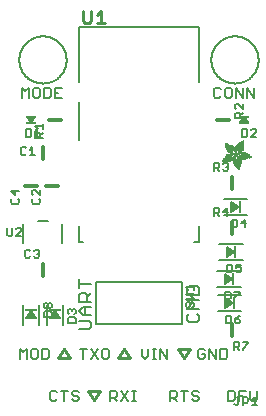
<source format=gbr>
G04 EAGLE Gerber RS-274X export*
G75*
%MOMM*%
%FSLAX34Y34*%
%LPD*%
%INSilkscreen Top*%
%IPPOS*%
%AMOC8*
5,1,8,0,0,1.08239X$1,22.5*%
G01*
%ADD10C,0.152400*%
%ADD11C,0.203200*%
%ADD12C,0.254000*%
%ADD13C,0.127000*%
%ADD14C,0.228600*%
%ADD15R,0.889000X0.190500*%
%ADD16C,0.304800*%
%ADD17R,1.000000X0.200000*%
%ADD18R,0.200000X1.000000*%
%ADD19R,0.003800X0.034300*%
%ADD20R,0.003800X0.057200*%
%ADD21R,0.003800X0.076200*%
%ADD22R,0.003800X0.091400*%
%ADD23R,0.003800X0.102900*%
%ADD24R,0.003900X0.114300*%
%ADD25R,0.003800X0.129500*%
%ADD26R,0.003800X0.137200*%
%ADD27R,0.003800X0.144800*%
%ADD28R,0.003800X0.152400*%
%ADD29R,0.003800X0.160000*%
%ADD30R,0.003800X0.171500*%
%ADD31R,0.003800X0.175300*%
%ADD32R,0.003800X0.182900*%
%ADD33R,0.003800X0.190500*%
%ADD34R,0.003900X0.194300*%
%ADD35R,0.003800X0.201900*%
%ADD36R,0.003800X0.209500*%
%ADD37R,0.003800X0.213400*%
%ADD38R,0.003800X0.221000*%
%ADD39R,0.003800X0.224800*%
%ADD40R,0.003800X0.232400*%
%ADD41R,0.003800X0.240000*%
%ADD42R,0.003800X0.243800*%
%ADD43R,0.003800X0.247600*%
%ADD44R,0.003900X0.255300*%
%ADD45R,0.003800X0.259100*%
%ADD46R,0.003800X0.262900*%
%ADD47R,0.003800X0.270500*%
%ADD48R,0.003800X0.274300*%
%ADD49R,0.003800X0.281900*%
%ADD50R,0.003800X0.285700*%
%ADD51R,0.003800X0.289500*%
%ADD52R,0.003800X0.297200*%
%ADD53R,0.003800X0.301000*%
%ADD54R,0.003900X0.304800*%
%ADD55R,0.003800X0.312400*%
%ADD56R,0.003800X0.316200*%
%ADD57R,0.003800X0.320000*%
%ADD58R,0.003800X0.327600*%
%ADD59R,0.003800X0.331500*%
%ADD60R,0.003800X0.339100*%
%ADD61R,0.003800X0.342900*%
%ADD62R,0.003800X0.346700*%
%ADD63R,0.003800X0.354300*%
%ADD64R,0.003900X0.358100*%
%ADD65R,0.003800X0.361900*%
%ADD66R,0.003800X0.369600*%
%ADD67R,0.003800X0.373400*%
%ADD68R,0.003800X0.377200*%
%ADD69R,0.003800X0.384800*%
%ADD70R,0.003800X0.388600*%
%ADD71R,0.003800X0.396200*%
%ADD72R,0.003800X0.400000*%
%ADD73R,0.003800X0.403800*%
%ADD74R,0.003900X0.411500*%
%ADD75R,0.003800X0.415300*%
%ADD76R,0.003800X0.419100*%
%ADD77R,0.003800X0.045700*%
%ADD78R,0.003800X0.426700*%
%ADD79R,0.003800X0.072400*%
%ADD80R,0.003800X0.430500*%
%ADD81R,0.003800X0.095300*%
%ADD82R,0.003800X0.438100*%
%ADD83R,0.003800X0.110500*%
%ADD84R,0.003800X0.441900*%
%ADD85R,0.003800X0.445800*%
%ADD86R,0.003800X0.144700*%
%ADD87R,0.003800X0.453400*%
%ADD88R,0.003800X0.457200*%
%ADD89R,0.003900X0.175300*%
%ADD90R,0.003900X0.461000*%
%ADD91R,0.003800X0.468600*%
%ADD92R,0.003800X0.205800*%
%ADD93R,0.003800X0.472400*%
%ADD94R,0.003800X0.217200*%
%ADD95R,0.003800X0.476200*%
%ADD96R,0.003800X0.483900*%
%ADD97R,0.003800X0.247700*%
%ADD98R,0.003800X0.487700*%
%ADD99R,0.003800X0.495300*%
%ADD100R,0.003800X0.499100*%
%ADD101R,0.003800X0.502900*%
%ADD102R,0.003800X0.510500*%
%ADD103R,0.003900X0.308600*%
%ADD104R,0.003900X0.514300*%
%ADD105R,0.003800X0.323800*%
%ADD106R,0.003800X0.518100*%
%ADD107R,0.003800X0.335300*%
%ADD108R,0.003800X0.525800*%
%ADD109R,0.003800X0.529600*%
%ADD110R,0.003800X0.358100*%
%ADD111R,0.003800X0.533400*%
%ADD112R,0.003800X0.537200*%
%ADD113R,0.003800X0.381000*%
%ADD114R,0.003800X0.544800*%
%ADD115R,0.003800X0.392400*%
%ADD116R,0.003800X0.548600*%
%ADD117R,0.003800X0.552400*%
%ADD118R,0.003800X0.556200*%
%ADD119R,0.003900X0.422900*%
%ADD120R,0.003900X0.560100*%
%ADD121R,0.003800X0.434300*%
%ADD122R,0.003800X0.563900*%
%ADD123R,0.003800X0.567700*%
%ADD124R,0.003800X0.461000*%
%ADD125R,0.003800X0.571500*%
%ADD126R,0.003800X0.575300*%
%ADD127R,0.003800X0.480100*%
%ADD128R,0.003800X0.579100*%
%ADD129R,0.003800X0.491500*%
%ADD130R,0.003800X0.582900*%
%ADD131R,0.003800X0.586700*%
%ADD132R,0.003800X0.510600*%
%ADD133R,0.003800X0.590500*%
%ADD134R,0.003800X0.522000*%
%ADD135R,0.003800X0.594300*%
%ADD136R,0.003900X0.533400*%
%ADD137R,0.003900X0.598200*%
%ADD138R,0.003800X0.541000*%
%ADD139R,0.003800X0.602000*%
%ADD140R,0.003800X0.552500*%
%ADD141R,0.003800X0.605800*%
%ADD142R,0.003800X0.560100*%
%ADD143R,0.003800X0.609600*%
%ADD144R,0.003800X0.613400*%
%ADD145R,0.003800X0.583000*%
%ADD146R,0.003800X0.617200*%
%ADD147R,0.003800X0.594400*%
%ADD148R,0.003800X0.621000*%
%ADD149R,0.003800X0.598200*%
%ADD150R,0.003800X0.624800*%
%ADD151R,0.003900X0.613500*%
%ADD152R,0.003900X0.628600*%
%ADD153R,0.003800X0.632400*%
%ADD154R,0.003800X0.628600*%
%ADD155R,0.003800X0.636300*%
%ADD156R,0.003800X0.640100*%
%ADD157R,0.003800X0.636200*%
%ADD158R,0.003800X0.643900*%
%ADD159R,0.003800X0.647700*%
%ADD160R,0.003800X0.651500*%
%ADD161R,0.003800X0.659100*%
%ADD162R,0.003900X0.659100*%
%ADD163R,0.003900X0.655300*%
%ADD164R,0.003800X0.662900*%
%ADD165R,0.003800X0.655300*%
%ADD166R,0.003800X0.670500*%
%ADD167R,0.003800X0.670600*%
%ADD168R,0.003800X0.674400*%
%ADD169R,0.003800X0.682000*%
%ADD170R,0.003800X0.666700*%
%ADD171R,0.003800X0.685800*%
%ADD172R,0.003800X0.689600*%
%ADD173R,0.003900X0.693400*%
%ADD174R,0.003900X0.674400*%
%ADD175R,0.003800X0.697200*%
%ADD176R,0.003800X0.678200*%
%ADD177R,0.003800X0.697300*%
%ADD178R,0.003800X0.701100*%
%ADD179R,0.003800X0.704900*%
%ADD180R,0.003800X0.708700*%
%ADD181R,0.003800X0.712500*%
%ADD182R,0.003800X0.716300*%
%ADD183R,0.003900X0.720100*%
%ADD184R,0.003900X0.689600*%
%ADD185R,0.003800X0.720000*%
%ADD186R,0.003800X0.693400*%
%ADD187R,0.003800X0.723900*%
%ADD188R,0.003800X0.727700*%
%ADD189R,0.003800X0.731500*%
%ADD190R,0.003800X0.701000*%
%ADD191R,0.003800X0.735300*%
%ADD192R,0.003900X0.731500*%
%ADD193R,0.003900X0.701000*%
%ADD194R,0.003800X0.704800*%
%ADD195R,0.003800X0.739100*%
%ADD196R,0.003800X0.743000*%
%ADD197R,0.003800X0.739200*%
%ADD198R,0.003900X0.743000*%
%ADD199R,0.003900X0.704800*%
%ADD200R,0.003800X0.746800*%
%ADD201R,0.003900X0.746800*%
%ADD202R,0.003800X0.742900*%
%ADD203R,0.003800X0.746700*%
%ADD204R,0.003900X0.746700*%
%ADD205R,0.003800X1.428800*%
%ADD206R,0.003800X1.424900*%
%ADD207R,0.003900X1.421100*%
%ADD208R,0.003800X1.421100*%
%ADD209R,0.003800X1.417300*%
%ADD210R,0.003800X1.413500*%
%ADD211R,0.003800X1.409700*%
%ADD212R,0.003800X1.405900*%
%ADD213R,0.003800X1.402100*%
%ADD214R,0.003800X1.398300*%
%ADD215R,0.003900X0.983000*%
%ADD216R,0.003900X0.384800*%
%ADD217R,0.003800X0.971600*%
%ADD218R,0.003800X0.963900*%
%ADD219R,0.003800X0.956300*%
%ADD220R,0.003800X0.365800*%
%ADD221R,0.003800X0.952500*%
%ADD222R,0.003800X0.941000*%
%ADD223R,0.003800X0.358200*%
%ADD224R,0.003800X0.937200*%
%ADD225R,0.003800X0.933400*%
%ADD226R,0.003800X0.354400*%
%ADD227R,0.003800X0.925800*%
%ADD228R,0.003800X0.350500*%
%ADD229R,0.003800X0.922000*%
%ADD230R,0.003900X0.918200*%
%ADD231R,0.003900X0.346700*%
%ADD232R,0.003800X0.910600*%
%ADD233R,0.003800X0.906800*%
%ADD234R,0.003800X0.903000*%
%ADD235R,0.003800X0.339000*%
%ADD236R,0.003800X0.895300*%
%ADD237R,0.003800X0.335200*%
%ADD238R,0.003800X0.887700*%
%ADD239R,0.003800X0.883900*%
%ADD240R,0.003800X0.331400*%
%ADD241R,0.003800X0.880100*%
%ADD242R,0.003800X0.876300*%
%ADD243R,0.003900X0.468600*%
%ADD244R,0.003900X0.396200*%
%ADD245R,0.003900X0.323800*%
%ADD246R,0.003800X0.449600*%
%ADD247R,0.003800X0.323900*%
%ADD248R,0.003800X0.442000*%
%ADD249R,0.003800X0.434400*%
%ADD250R,0.003800X0.320100*%
%ADD251R,0.003800X0.316300*%
%ADD252R,0.003800X0.426800*%
%ADD253R,0.003800X0.327700*%
%ADD254R,0.003800X0.312500*%
%ADD255R,0.003800X0.422900*%
%ADD256R,0.003800X0.308600*%
%ADD257R,0.003800X0.293400*%
%ADD258R,0.003800X0.304800*%
%ADD259R,0.003900X0.419100*%
%ADD260R,0.003900X0.285700*%
%ADD261R,0.003900X0.301000*%
%ADD262R,0.003800X0.411500*%
%ADD263R,0.003800X0.407700*%
%ADD264R,0.003800X0.289600*%
%ADD265R,0.003800X0.285800*%
%ADD266R,0.003800X0.403900*%
%ADD267R,0.003800X0.228600*%
%ADD268R,0.003900X0.403900*%
%ADD269R,0.003900X0.221000*%
%ADD270R,0.003900X0.278100*%
%ADD271R,0.003800X0.400100*%
%ADD272R,0.003800X0.209600*%
%ADD273R,0.003800X0.266700*%
%ADD274R,0.003800X0.038100*%
%ADD275R,0.003800X0.194300*%
%ADD276R,0.003800X0.148600*%
%ADD277R,0.003800X0.259000*%
%ADD278R,0.003800X0.182800*%
%ADD279R,0.003800X0.186700*%
%ADD280R,0.003800X0.251400*%
%ADD281R,0.003800X0.179100*%
%ADD282R,0.003800X0.236200*%
%ADD283R,0.003900X0.243900*%
%ADD284R,0.003900X0.282000*%
%ADD285R,0.003800X0.167700*%
%ADD286R,0.003800X0.236300*%
%ADD287R,0.003800X0.396300*%
%ADD288R,0.003800X0.163900*%
%ADD289R,0.003800X0.392500*%
%ADD290R,0.003800X0.160100*%
%ADD291R,0.003800X0.586800*%
%ADD292R,0.003800X0.148500*%
%ADD293R,0.003800X0.140900*%
%ADD294R,0.003900X0.392400*%
%ADD295R,0.003900X0.140900*%
%ADD296R,0.003900X0.647700*%
%ADD297R,0.003800X0.133300*%
%ADD298R,0.003800X0.674300*%
%ADD299R,0.003800X0.388700*%
%ADD300R,0.003800X0.125700*%
%ADD301R,0.003800X0.121900*%
%ADD302R,0.003800X0.720100*%
%ADD303R,0.003800X0.118100*%
%ADD304R,0.003900X0.118100*%
%ADD305R,0.003900X0.739100*%
%ADD306R,0.003800X0.114300*%
%ADD307R,0.003800X0.754400*%
%ADD308R,0.003800X0.765800*%
%ADD309R,0.003800X0.773400*%
%ADD310R,0.003800X0.784800*%
%ADD311R,0.003800X0.118200*%
%ADD312R,0.003800X0.792500*%
%ADD313R,0.003800X0.803900*%
%ADD314R,0.003800X0.122000*%
%ADD315R,0.003800X0.815400*%
%ADD316R,0.003800X0.125800*%
%ADD317R,0.003800X0.826800*%
%ADD318R,0.003900X0.369500*%
%ADD319R,0.003900X0.133400*%
%ADD320R,0.003900X0.842000*%
%ADD321R,0.003800X0.365700*%
%ADD322R,0.003800X1.009700*%
%ADD323R,0.003800X1.013500*%
%ADD324R,0.003800X0.362000*%
%ADD325R,0.003800X1.024900*%
%ADD326R,0.003800X1.028700*%
%ADD327R,0.003800X1.036300*%
%ADD328R,0.003800X1.047800*%
%ADD329R,0.003800X1.055400*%
%ADD330R,0.003800X1.070600*%
%ADD331R,0.003800X0.030500*%
%ADD332R,0.003800X1.436400*%
%ADD333R,0.003900X1.562100*%
%ADD334R,0.003800X1.588700*%
%ADD335R,0.003800X1.607800*%
%ADD336R,0.003800X1.626900*%
%ADD337R,0.003800X1.642100*%
%ADD338R,0.003800X1.657400*%
%ADD339R,0.003800X1.676400*%
%ADD340R,0.003800X1.687800*%
%ADD341R,0.003800X1.703000*%
%ADD342R,0.003800X1.714500*%
%ADD343R,0.003900X1.726000*%
%ADD344R,0.003800X1.741200*%
%ADD345R,0.003800X0.914400*%
%ADD346R,0.003800X0.769600*%
%ADD347R,0.003800X0.884000*%
%ADD348R,0.003800X0.712400*%
%ADD349R,0.003900X0.880100*%
%ADD350R,0.003800X0.887800*%
%ADD351R,0.003800X0.891600*%
%ADD352R,0.003800X0.895400*%
%ADD353R,0.003800X0.251500*%
%ADD354R,0.003900X0.579200*%
%ADD355R,0.003800X0.243900*%
%ADD356R,0.003800X0.556300*%
%ADD357R,0.003800X0.255200*%
%ADD358R,0.003800X0.529500*%
%ADD359R,0.003800X0.731600*%
%ADD360R,0.003900X0.525800*%
%ADD361R,0.003900X0.281900*%
%ADD362R,0.003900X0.735400*%
%ADD363R,0.003800X0.300900*%
%ADD364R,0.003800X0.762000*%
%ADD365R,0.003800X0.518200*%
%ADD366R,0.003800X0.350600*%
%ADD367R,0.003800X0.796300*%
%ADD368R,0.003800X0.807800*%
%ADD369R,0.003800X0.506700*%
%ADD370R,0.003800X0.849600*%
%ADD371R,0.003900X0.506700*%
%ADD372R,0.003900X1.371600*%
%ADD373R,0.003800X1.207800*%
%ADD374R,0.003800X0.503000*%
%ADD375R,0.003800X0.141000*%
%ADD376R,0.003800X1.203900*%
%ADD377R,0.003800X1.204000*%
%ADD378R,0.003800X1.200200*%
%ADD379R,0.003900X0.499100*%
%ADD380R,0.003900X0.156200*%
%ADD381R,0.003900X1.196400*%
%ADD382R,0.003800X1.196400*%
%ADD383R,0.003800X0.163800*%
%ADD384R,0.003800X0.167600*%
%ADD385R,0.003800X1.192500*%
%ADD386R,0.003800X0.499200*%
%ADD387R,0.003800X1.188700*%
%ADD388R,0.003800X0.506800*%
%ADD389R,0.003800X1.184900*%
%ADD390R,0.003900X0.510600*%
%ADD391R,0.003900X0.209600*%
%ADD392R,0.003900X1.181100*%
%ADD393R,0.003800X0.514400*%
%ADD394R,0.003800X1.181100*%
%ADD395R,0.003800X1.177300*%
%ADD396R,0.003800X0.240100*%
%ADD397R,0.003800X1.173500*%
%ADD398R,0.003800X1.169700*%
%ADD399R,0.003800X1.165900*%
%ADD400R,0.003800X1.162100*%
%ADD401R,0.003900X0.929700*%
%ADD402R,0.003900X1.162100*%
%ADD403R,0.003800X0.929700*%
%ADD404R,0.003800X1.154500*%
%ADD405R,0.003800X0.933500*%
%ADD406R,0.003800X1.150600*%
%ADD407R,0.003800X0.937300*%
%ADD408R,0.003800X1.146800*%
%ADD409R,0.003800X0.941100*%
%ADD410R,0.003800X1.139200*%
%ADD411R,0.003800X0.944900*%
%ADD412R,0.003800X1.135400*%
%ADD413R,0.003800X0.948700*%
%ADD414R,0.003800X1.127800*%
%ADD415R,0.003800X1.124000*%
%ADD416R,0.003800X1.116400*%
%ADD417R,0.003900X0.956300*%
%ADD418R,0.003900X1.104900*%
%ADD419R,0.003800X0.960100*%
%ADD420R,0.003800X1.093500*%
%ADD421R,0.003800X1.085900*%
%ADD422R,0.003800X0.967800*%
%ADD423R,0.003800X1.074500*%
%ADD424R,0.003800X1.063000*%
%ADD425R,0.003800X0.975400*%
%ADD426R,0.003800X1.036400*%
%ADD427R,0.003800X0.979200*%
%ADD428R,0.003800X1.021000*%
%ADD429R,0.003800X0.983000*%
%ADD430R,0.003800X1.009600*%
%ADD431R,0.003800X0.986800*%
%ADD432R,0.003800X0.998200*%
%ADD433R,0.003900X0.990600*%
%ADD434R,0.003900X0.986700*%
%ADD435R,0.003800X0.994400*%
%ADD436R,0.003800X0.975300*%
%ADD437R,0.003800X0.948600*%
%ADD438R,0.003800X1.002000*%
%ADD439R,0.003800X0.213300*%
%ADD440R,0.003800X0.217100*%
%ADD441R,0.003800X1.017300*%
%ADD442R,0.003800X0.666800*%
%ADD443R,0.003800X0.220900*%
%ADD444R,0.003900X1.028700*%
%ADD445R,0.003900X0.224700*%
%ADD446R,0.003800X1.032500*%
%ADD447R,0.003800X1.040100*%
%ADD448R,0.003800X1.043900*%
%ADD449R,0.003800X0.548700*%
%ADD450R,0.003800X1.051500*%
%ADD451R,0.003800X1.055300*%
%ADD452R,0.003800X1.059100*%
%ADD453R,0.003800X1.062900*%
%ADD454R,0.003800X0.255300*%
%ADD455R,0.003900X1.066800*%
%ADD456R,0.003900X0.259100*%
%ADD457R,0.003900X0.457200*%
%ADD458R,0.003800X0.423000*%
%ADD459R,0.003800X1.082100*%
%ADD460R,0.003800X0.274400*%
%ADD461R,0.003800X0.278200*%
%ADD462R,0.003800X1.101100*%
%ADD463R,0.003800X0.278100*%
%ADD464R,0.003900X0.876300*%
%ADD465R,0.003900X0.236200*%
%ADD466R,0.003900X0.289600*%
%ADD467R,0.003900X0.247700*%
%ADD468R,0.003800X0.049500*%
%ADD469R,0.003900X0.640100*%
%ADD470R,0.003800X0.659200*%
%ADD471R,0.003800X0.663000*%
%ADD472R,0.003900X0.872500*%
%ADD473R,0.003900X0.666800*%
%ADD474R,0.003800X0.872500*%
%ADD475R,0.003800X0.868700*%
%ADD476R,0.003800X0.864900*%
%ADD477R,0.003800X0.861100*%
%ADD478R,0.003800X0.857300*%
%ADD479R,0.003800X0.853400*%
%ADD480R,0.003800X0.845800*%
%ADD481R,0.003900X0.682000*%
%ADD482R,0.003800X0.842000*%
%ADD483R,0.003800X0.834400*%
%ADD484R,0.003800X0.823000*%
%ADD485R,0.003800X0.815300*%
%ADD486R,0.003800X0.811500*%
%ADD487R,0.003800X0.788700*%
%ADD488R,0.003900X0.777300*%
%ADD489R,0.003800X0.750600*%
%ADD490R,0.003800X0.735400*%
%ADD491R,0.003800X0.727800*%
%ADD492R,0.003800X0.628700*%
%ADD493R,0.003800X0.575400*%
%ADD494R,0.003900X0.670600*%
%ADD495R,0.003800X0.655400*%
%ADD496R,0.003900X0.651500*%
%ADD497R,0.003900X0.624800*%
%ADD498R,0.003900X0.594400*%
%ADD499R,0.003900X0.563900*%
%ADD500R,0.003800X0.541100*%
%ADD501R,0.003800X0.537300*%
%ADD502R,0.003800X0.525700*%
%ADD503R,0.003900X0.525700*%
%ADD504R,0.003800X0.514300*%
%ADD505R,0.003900X0.480100*%
%ADD506R,0.003800X0.464800*%
%ADD507R,0.003900X0.442000*%
%ADD508R,0.003800X0.438200*%
%ADD509R,0.003800X0.430600*%
%ADD510R,0.003800X0.407600*%
%ADD511R,0.003900X0.403800*%
%ADD512R,0.003900X0.365700*%
%ADD513R,0.003900X0.327700*%
%ADD514R,0.003900X0.243800*%
%ADD515R,0.003900X0.205800*%
%ADD516R,0.003800X0.198100*%
%ADD517R,0.003900X0.163800*%
%ADD518R,0.003800X0.137100*%
%ADD519R,0.003900X0.091500*%
%ADD520R,0.003800X0.060900*%

G36*
X15279Y238000D02*
X15279Y238000D01*
X15284Y238000D01*
X15400Y238026D01*
X15516Y238051D01*
X15520Y238053D01*
X15524Y238054D01*
X15626Y238115D01*
X15728Y238176D01*
X15731Y238179D01*
X15734Y238181D01*
X15849Y238303D01*
X19659Y243383D01*
X19667Y243399D01*
X19680Y243412D01*
X19724Y243508D01*
X19773Y243601D01*
X19776Y243619D01*
X19783Y243635D01*
X19795Y243740D01*
X19811Y243844D01*
X19808Y243862D01*
X19810Y243879D01*
X19788Y243982D01*
X19770Y244087D01*
X19762Y244102D01*
X19758Y244120D01*
X19704Y244210D01*
X19654Y244304D01*
X19641Y244316D01*
X19632Y244331D01*
X19552Y244400D01*
X19475Y244472D01*
X19458Y244479D01*
X19445Y244491D01*
X19347Y244530D01*
X19251Y244574D01*
X19233Y244576D01*
X19217Y244583D01*
X19050Y244601D01*
X11430Y244601D01*
X11412Y244598D01*
X11395Y244600D01*
X11291Y244579D01*
X11187Y244562D01*
X11172Y244553D01*
X11154Y244550D01*
X11063Y244496D01*
X10970Y244446D01*
X10958Y244434D01*
X10942Y244425D01*
X10873Y244345D01*
X10801Y244268D01*
X10793Y244252D01*
X10781Y244238D01*
X10741Y244141D01*
X10697Y244045D01*
X10695Y244027D01*
X10688Y244011D01*
X10681Y243905D01*
X10670Y243801D01*
X10674Y243783D01*
X10672Y243765D01*
X10700Y243663D01*
X10722Y243560D01*
X10731Y243545D01*
X10736Y243528D01*
X10821Y243383D01*
X14631Y238303D01*
X14634Y238300D01*
X14636Y238297D01*
X14723Y238215D01*
X14808Y238133D01*
X14812Y238131D01*
X14815Y238128D01*
X14924Y238078D01*
X15031Y238028D01*
X15035Y238028D01*
X15039Y238026D01*
X15157Y238013D01*
X15275Y238000D01*
X15279Y238000D01*
G37*
G36*
X199408Y238002D02*
X199408Y238002D01*
X199425Y238000D01*
X199529Y238021D01*
X199633Y238039D01*
X199648Y238047D01*
X199666Y238051D01*
X199757Y238104D01*
X199850Y238154D01*
X199862Y238166D01*
X199878Y238176D01*
X199947Y238255D01*
X200020Y238332D01*
X200027Y238348D01*
X200039Y238362D01*
X200079Y238459D01*
X200123Y238555D01*
X200125Y238573D01*
X200132Y238589D01*
X200139Y238695D01*
X200150Y238799D01*
X200146Y238817D01*
X200148Y238835D01*
X200120Y238937D01*
X200098Y239040D01*
X200089Y239055D01*
X200084Y239072D01*
X199999Y239217D01*
X196189Y244297D01*
X196186Y244300D01*
X196184Y244304D01*
X196097Y244385D01*
X196012Y244467D01*
X196008Y244469D01*
X196005Y244472D01*
X195896Y244522D01*
X195789Y244572D01*
X195785Y244572D01*
X195781Y244574D01*
X195663Y244587D01*
X195545Y244600D01*
X195541Y244600D01*
X195536Y244600D01*
X195420Y244574D01*
X195304Y244550D01*
X195300Y244547D01*
X195296Y244546D01*
X195194Y244485D01*
X195092Y244425D01*
X195089Y244421D01*
X195086Y244419D01*
X194971Y244297D01*
X191161Y239217D01*
X191153Y239201D01*
X191141Y239188D01*
X191096Y239092D01*
X191047Y238999D01*
X191044Y238981D01*
X191037Y238965D01*
X191025Y238860D01*
X191009Y238756D01*
X191012Y238738D01*
X191010Y238721D01*
X191032Y238618D01*
X191050Y238513D01*
X191058Y238498D01*
X191062Y238480D01*
X191116Y238390D01*
X191166Y238297D01*
X191179Y238284D01*
X191188Y238269D01*
X191268Y238200D01*
X191345Y238128D01*
X191362Y238121D01*
X191375Y238109D01*
X191473Y238070D01*
X191569Y238026D01*
X191587Y238024D01*
X191603Y238017D01*
X191770Y237999D01*
X199390Y237999D01*
X199408Y238002D01*
G37*
G36*
X186513Y164633D02*
X186513Y164633D01*
X186584Y164631D01*
X186654Y164650D01*
X186725Y164658D01*
X186780Y164683D01*
X186859Y164703D01*
X186962Y164764D01*
X187031Y164795D01*
X190031Y166795D01*
X190118Y166872D01*
X190208Y166945D01*
X190223Y166967D01*
X190243Y166985D01*
X190305Y167082D01*
X190372Y167177D01*
X190380Y167203D01*
X190395Y167225D01*
X190427Y167336D01*
X190465Y167446D01*
X190466Y167473D01*
X190473Y167498D01*
X190473Y167614D01*
X190479Y167730D01*
X190473Y167756D01*
X190473Y167783D01*
X190441Y167894D01*
X190415Y168007D01*
X190402Y168030D01*
X190394Y168056D01*
X190332Y168154D01*
X190276Y168255D01*
X190258Y168271D01*
X190243Y168296D01*
X190035Y168481D01*
X190031Y168485D01*
X187031Y170485D01*
X186967Y170516D01*
X186907Y170556D01*
X186839Y170577D01*
X186775Y170608D01*
X186704Y170620D01*
X186636Y170641D01*
X186565Y170643D01*
X186495Y170655D01*
X186423Y170647D01*
X186352Y170649D01*
X186283Y170631D01*
X186212Y170622D01*
X186146Y170595D01*
X186077Y170577D01*
X186016Y170540D01*
X185950Y170513D01*
X185894Y170468D01*
X185832Y170432D01*
X185783Y170380D01*
X185728Y170335D01*
X185687Y170277D01*
X185638Y170224D01*
X185605Y170161D01*
X185564Y170103D01*
X185541Y170035D01*
X185508Y169971D01*
X185498Y169912D01*
X185471Y169834D01*
X185465Y169715D01*
X185453Y169640D01*
X185453Y165640D01*
X185463Y165569D01*
X185463Y165497D01*
X185483Y165429D01*
X185493Y165359D01*
X185522Y165293D01*
X185542Y165224D01*
X185580Y165164D01*
X185609Y165099D01*
X185655Y165044D01*
X185693Y164984D01*
X185747Y164936D01*
X185793Y164882D01*
X185852Y164842D01*
X185906Y164795D01*
X185970Y164764D01*
X186029Y164725D01*
X186098Y164703D01*
X186162Y164672D01*
X186232Y164660D01*
X186300Y164639D01*
X186372Y164637D01*
X186443Y164625D01*
X186513Y164633D01*
G37*
G36*
X182449Y126533D02*
X182449Y126533D01*
X182520Y126531D01*
X182590Y126550D01*
X182661Y126558D01*
X182716Y126583D01*
X182795Y126603D01*
X182898Y126664D01*
X182967Y126695D01*
X185967Y128695D01*
X186054Y128772D01*
X186144Y128845D01*
X186159Y128867D01*
X186179Y128885D01*
X186241Y128982D01*
X186308Y129077D01*
X186316Y129103D01*
X186331Y129125D01*
X186363Y129236D01*
X186401Y129346D01*
X186402Y129373D01*
X186409Y129398D01*
X186409Y129514D01*
X186415Y129630D01*
X186409Y129656D01*
X186409Y129683D01*
X186377Y129794D01*
X186351Y129907D01*
X186338Y129930D01*
X186330Y129956D01*
X186268Y130054D01*
X186212Y130155D01*
X186194Y130171D01*
X186179Y130196D01*
X185971Y130381D01*
X185967Y130385D01*
X182967Y132385D01*
X182903Y132416D01*
X182843Y132456D01*
X182775Y132477D01*
X182711Y132508D01*
X182640Y132520D01*
X182572Y132541D01*
X182501Y132543D01*
X182431Y132555D01*
X182359Y132547D01*
X182288Y132549D01*
X182219Y132531D01*
X182148Y132522D01*
X182082Y132495D01*
X182013Y132477D01*
X181952Y132440D01*
X181886Y132413D01*
X181830Y132368D01*
X181768Y132332D01*
X181719Y132280D01*
X181664Y132235D01*
X181623Y132177D01*
X181574Y132124D01*
X181541Y132061D01*
X181500Y132003D01*
X181477Y131935D01*
X181444Y131871D01*
X181434Y131812D01*
X181407Y131734D01*
X181401Y131615D01*
X181389Y131540D01*
X181389Y127540D01*
X181399Y127469D01*
X181399Y127397D01*
X181419Y127329D01*
X181429Y127259D01*
X181458Y127193D01*
X181478Y127124D01*
X181516Y127064D01*
X181545Y126999D01*
X181591Y126944D01*
X181629Y126884D01*
X181683Y126836D01*
X181729Y126782D01*
X181788Y126742D01*
X181842Y126695D01*
X181906Y126664D01*
X181965Y126625D01*
X182034Y126603D01*
X182098Y126572D01*
X182168Y126560D01*
X182236Y126539D01*
X182308Y126537D01*
X182379Y126525D01*
X182449Y126533D01*
G37*
G36*
X181179Y103673D02*
X181179Y103673D01*
X181250Y103671D01*
X181320Y103690D01*
X181391Y103698D01*
X181446Y103723D01*
X181525Y103743D01*
X181628Y103804D01*
X181697Y103835D01*
X184697Y105835D01*
X184784Y105912D01*
X184874Y105985D01*
X184889Y106007D01*
X184909Y106025D01*
X184971Y106122D01*
X185038Y106217D01*
X185046Y106243D01*
X185061Y106265D01*
X185093Y106376D01*
X185131Y106486D01*
X185132Y106513D01*
X185139Y106538D01*
X185139Y106654D01*
X185145Y106770D01*
X185139Y106796D01*
X185139Y106823D01*
X185107Y106934D01*
X185081Y107047D01*
X185068Y107070D01*
X185060Y107096D01*
X184998Y107194D01*
X184942Y107295D01*
X184924Y107311D01*
X184909Y107336D01*
X184701Y107521D01*
X184697Y107525D01*
X181697Y109525D01*
X181633Y109556D01*
X181573Y109596D01*
X181505Y109617D01*
X181441Y109648D01*
X181370Y109660D01*
X181302Y109681D01*
X181231Y109683D01*
X181161Y109695D01*
X181089Y109687D01*
X181018Y109689D01*
X180949Y109671D01*
X180878Y109662D01*
X180812Y109635D01*
X180743Y109617D01*
X180682Y109580D01*
X180616Y109553D01*
X180560Y109508D01*
X180498Y109472D01*
X180449Y109420D01*
X180394Y109375D01*
X180353Y109317D01*
X180304Y109264D01*
X180271Y109201D01*
X180230Y109143D01*
X180207Y109075D01*
X180174Y109011D01*
X180164Y108952D01*
X180137Y108874D01*
X180131Y108755D01*
X180119Y108680D01*
X180119Y104680D01*
X180129Y104609D01*
X180129Y104537D01*
X180149Y104469D01*
X180159Y104399D01*
X180188Y104333D01*
X180208Y104264D01*
X180246Y104204D01*
X180275Y104139D01*
X180321Y104084D01*
X180359Y104024D01*
X180413Y103976D01*
X180459Y103922D01*
X180518Y103882D01*
X180572Y103835D01*
X180636Y103804D01*
X180695Y103765D01*
X180764Y103743D01*
X180828Y103712D01*
X180898Y103700D01*
X180966Y103679D01*
X181038Y103677D01*
X181109Y103665D01*
X181179Y103673D01*
G37*
G36*
X181433Y83353D02*
X181433Y83353D01*
X181504Y83351D01*
X181574Y83370D01*
X181645Y83378D01*
X181700Y83403D01*
X181779Y83423D01*
X181882Y83484D01*
X181951Y83515D01*
X184951Y85515D01*
X185038Y85592D01*
X185128Y85665D01*
X185143Y85687D01*
X185163Y85705D01*
X185225Y85802D01*
X185292Y85897D01*
X185300Y85923D01*
X185315Y85945D01*
X185347Y86056D01*
X185385Y86166D01*
X185386Y86193D01*
X185393Y86218D01*
X185393Y86334D01*
X185399Y86450D01*
X185393Y86476D01*
X185393Y86503D01*
X185361Y86614D01*
X185335Y86727D01*
X185322Y86750D01*
X185314Y86776D01*
X185252Y86874D01*
X185196Y86975D01*
X185178Y86991D01*
X185163Y87016D01*
X184955Y87201D01*
X184951Y87205D01*
X181951Y89205D01*
X181887Y89236D01*
X181827Y89276D01*
X181759Y89297D01*
X181695Y89328D01*
X181624Y89340D01*
X181556Y89361D01*
X181485Y89363D01*
X181415Y89375D01*
X181343Y89367D01*
X181272Y89369D01*
X181203Y89351D01*
X181132Y89342D01*
X181066Y89315D01*
X180997Y89297D01*
X180936Y89260D01*
X180870Y89233D01*
X180814Y89188D01*
X180752Y89152D01*
X180703Y89100D01*
X180648Y89055D01*
X180607Y88997D01*
X180558Y88944D01*
X180525Y88881D01*
X180484Y88823D01*
X180461Y88755D01*
X180428Y88691D01*
X180418Y88632D01*
X180391Y88554D01*
X180385Y88435D01*
X180373Y88360D01*
X180373Y84360D01*
X180383Y84289D01*
X180383Y84217D01*
X180403Y84149D01*
X180413Y84079D01*
X180442Y84013D01*
X180462Y83944D01*
X180500Y83884D01*
X180529Y83819D01*
X180575Y83764D01*
X180613Y83704D01*
X180667Y83656D01*
X180713Y83602D01*
X180772Y83562D01*
X180826Y83515D01*
X180890Y83484D01*
X180949Y83445D01*
X181018Y83423D01*
X181082Y83392D01*
X181152Y83380D01*
X181220Y83359D01*
X181292Y83357D01*
X181363Y83345D01*
X181433Y83353D01*
G37*
G36*
X17311Y73195D02*
X17311Y73195D01*
X17383Y73195D01*
X17451Y73215D01*
X17522Y73225D01*
X17587Y73254D01*
X17656Y73274D01*
X17716Y73312D01*
X17781Y73341D01*
X17836Y73387D01*
X17896Y73425D01*
X17944Y73479D01*
X17998Y73525D01*
X18038Y73584D01*
X18085Y73638D01*
X18116Y73702D01*
X18156Y73761D01*
X18177Y73830D01*
X18208Y73894D01*
X18220Y73964D01*
X18241Y74032D01*
X18243Y74104D01*
X18255Y74175D01*
X18247Y74245D01*
X18249Y74316D01*
X18230Y74386D01*
X18222Y74457D01*
X18197Y74512D01*
X18177Y74591D01*
X18116Y74694D01*
X18085Y74763D01*
X16085Y77763D01*
X16008Y77850D01*
X15935Y77940D01*
X15913Y77955D01*
X15895Y77975D01*
X15798Y78037D01*
X15703Y78104D01*
X15677Y78112D01*
X15655Y78127D01*
X15544Y78159D01*
X15434Y78197D01*
X15407Y78198D01*
X15382Y78205D01*
X15266Y78205D01*
X15150Y78211D01*
X15124Y78205D01*
X15097Y78205D01*
X14986Y78173D01*
X14873Y78147D01*
X14850Y78134D01*
X14824Y78126D01*
X14726Y78064D01*
X14625Y78008D01*
X14609Y77990D01*
X14584Y77975D01*
X14399Y77767D01*
X14395Y77763D01*
X12395Y74763D01*
X12364Y74699D01*
X12325Y74639D01*
X12303Y74571D01*
X12272Y74507D01*
X12260Y74436D01*
X12239Y74368D01*
X12237Y74297D01*
X12225Y74227D01*
X12233Y74155D01*
X12231Y74084D01*
X12249Y74015D01*
X12258Y73944D01*
X12285Y73878D01*
X12303Y73809D01*
X12340Y73748D01*
X12367Y73682D01*
X12412Y73626D01*
X12449Y73564D01*
X12500Y73515D01*
X12545Y73460D01*
X12604Y73419D01*
X12656Y73370D01*
X12719Y73337D01*
X12777Y73296D01*
X12845Y73273D01*
X12909Y73240D01*
X12968Y73230D01*
X13046Y73203D01*
X13165Y73197D01*
X13240Y73185D01*
X17240Y73185D01*
X17311Y73195D01*
G37*
G36*
X37631Y73195D02*
X37631Y73195D01*
X37703Y73195D01*
X37771Y73215D01*
X37842Y73225D01*
X37907Y73254D01*
X37976Y73274D01*
X38036Y73312D01*
X38101Y73341D01*
X38156Y73387D01*
X38216Y73425D01*
X38264Y73479D01*
X38318Y73525D01*
X38358Y73584D01*
X38405Y73638D01*
X38436Y73702D01*
X38476Y73761D01*
X38497Y73830D01*
X38528Y73894D01*
X38540Y73964D01*
X38561Y74032D01*
X38563Y74104D01*
X38575Y74175D01*
X38567Y74245D01*
X38569Y74316D01*
X38550Y74386D01*
X38542Y74457D01*
X38517Y74512D01*
X38497Y74591D01*
X38436Y74694D01*
X38405Y74763D01*
X36405Y77763D01*
X36328Y77850D01*
X36255Y77940D01*
X36233Y77955D01*
X36215Y77975D01*
X36118Y78037D01*
X36023Y78104D01*
X35997Y78112D01*
X35975Y78127D01*
X35864Y78159D01*
X35754Y78197D01*
X35727Y78198D01*
X35702Y78205D01*
X35586Y78205D01*
X35470Y78211D01*
X35444Y78205D01*
X35417Y78205D01*
X35306Y78173D01*
X35193Y78147D01*
X35170Y78134D01*
X35144Y78126D01*
X35046Y78064D01*
X34945Y78008D01*
X34929Y77990D01*
X34904Y77975D01*
X34719Y77767D01*
X34715Y77763D01*
X32715Y74763D01*
X32684Y74699D01*
X32645Y74639D01*
X32623Y74571D01*
X32592Y74507D01*
X32580Y74436D01*
X32559Y74368D01*
X32557Y74297D01*
X32545Y74227D01*
X32553Y74155D01*
X32551Y74084D01*
X32569Y74015D01*
X32578Y73944D01*
X32605Y73878D01*
X32623Y73809D01*
X32660Y73748D01*
X32687Y73682D01*
X32732Y73626D01*
X32769Y73564D01*
X32820Y73515D01*
X32865Y73460D01*
X32924Y73419D01*
X32976Y73370D01*
X33039Y73337D01*
X33097Y73296D01*
X33165Y73273D01*
X33229Y73240D01*
X33288Y73230D01*
X33366Y73203D01*
X33485Y73197D01*
X33560Y73185D01*
X37560Y73185D01*
X37631Y73195D01*
G37*
D10*
X7452Y259842D02*
X7452Y268485D01*
X10333Y265604D01*
X13214Y268485D01*
X13214Y259842D01*
X18247Y268485D02*
X21128Y268485D01*
X18247Y268485D02*
X16807Y267045D01*
X16807Y261283D01*
X18247Y259842D01*
X21128Y259842D01*
X22569Y261283D01*
X22569Y267045D01*
X21128Y268485D01*
X26162Y268485D02*
X26162Y259842D01*
X30484Y259842D01*
X31924Y261283D01*
X31924Y267045D01*
X30484Y268485D01*
X26162Y268485D01*
X35517Y268485D02*
X41279Y268485D01*
X35517Y268485D02*
X35517Y259842D01*
X41279Y259842D01*
X38398Y264164D02*
X35517Y264164D01*
X174333Y268485D02*
X175774Y267045D01*
X174333Y268485D02*
X171452Y268485D01*
X170012Y267045D01*
X170012Y261283D01*
X171452Y259842D01*
X174333Y259842D01*
X175774Y261283D01*
X180807Y268485D02*
X183688Y268485D01*
X180807Y268485D02*
X179367Y267045D01*
X179367Y261283D01*
X180807Y259842D01*
X183688Y259842D01*
X185129Y261283D01*
X185129Y267045D01*
X183688Y268485D01*
X188722Y268485D02*
X188722Y259842D01*
X194484Y259842D02*
X188722Y268485D01*
X194484Y268485D02*
X194484Y259842D01*
X198077Y259842D02*
X198077Y268485D01*
X203839Y259842D01*
X203839Y268485D01*
X132779Y11945D02*
X132779Y3302D01*
X132779Y11945D02*
X137101Y11945D01*
X138541Y10505D01*
X138541Y7624D01*
X137101Y6183D01*
X132779Y6183D01*
X135660Y6183D02*
X138541Y3302D01*
X145016Y3302D02*
X145016Y11945D01*
X147897Y11945D02*
X142134Y11945D01*
X155811Y11945D02*
X157252Y10505D01*
X155811Y11945D02*
X152930Y11945D01*
X151490Y10505D01*
X151490Y9064D01*
X152930Y7624D01*
X155811Y7624D01*
X157252Y6183D01*
X157252Y4743D01*
X155811Y3302D01*
X152930Y3302D01*
X151490Y4743D01*
X82268Y3302D02*
X82268Y11945D01*
X86590Y11945D01*
X88031Y10505D01*
X88031Y7624D01*
X86590Y6183D01*
X82268Y6183D01*
X85150Y6183D02*
X88031Y3302D01*
X97386Y3302D02*
X91624Y11945D01*
X97386Y11945D02*
X91624Y3302D01*
X100979Y3302D02*
X103860Y3302D01*
X102419Y3302D02*
X102419Y11945D01*
X100979Y11945D02*
X103860Y11945D01*
X59460Y38862D02*
X59460Y47505D01*
X56579Y47505D02*
X62341Y47505D01*
X65934Y47505D02*
X71697Y38862D01*
X65934Y38862D02*
X71697Y47505D01*
X76730Y47505D02*
X79611Y47505D01*
X76730Y47505D02*
X75290Y46065D01*
X75290Y40303D01*
X76730Y38862D01*
X79611Y38862D01*
X81052Y40303D01*
X81052Y46065D01*
X79611Y47505D01*
X36941Y10505D02*
X35501Y11945D01*
X32620Y11945D01*
X31179Y10505D01*
X31179Y4743D01*
X32620Y3302D01*
X35501Y3302D01*
X36941Y4743D01*
X43416Y3302D02*
X43416Y11945D01*
X46297Y11945D02*
X40534Y11945D01*
X54211Y11945D02*
X55652Y10505D01*
X54211Y11945D02*
X51330Y11945D01*
X49890Y10505D01*
X49890Y9064D01*
X51330Y7624D01*
X54211Y7624D01*
X55652Y6183D01*
X55652Y4743D01*
X54211Y3302D01*
X51330Y3302D01*
X49890Y4743D01*
X161231Y47505D02*
X162671Y46065D01*
X161231Y47505D02*
X158350Y47505D01*
X156909Y46065D01*
X156909Y40303D01*
X158350Y38862D01*
X161231Y38862D01*
X162671Y40303D01*
X162671Y43184D01*
X159790Y43184D01*
X166264Y47505D02*
X166264Y38862D01*
X172027Y38862D02*
X166264Y47505D01*
X172027Y47505D02*
X172027Y38862D01*
X175620Y38862D02*
X175620Y47505D01*
X175620Y38862D02*
X179941Y38862D01*
X181382Y40303D01*
X181382Y46065D01*
X179941Y47505D01*
X175620Y47505D01*
X108938Y47505D02*
X108938Y41743D01*
X111820Y38862D01*
X114701Y41743D01*
X114701Y47505D01*
X118294Y38862D02*
X121175Y38862D01*
X119734Y38862D02*
X119734Y47505D01*
X118294Y47505D02*
X121175Y47505D01*
X124530Y47505D02*
X124530Y38862D01*
X130293Y38862D02*
X124530Y47505D01*
X130293Y47505D02*
X130293Y38862D01*
X182309Y11945D02*
X182309Y3302D01*
X186631Y3302D01*
X188071Y4743D01*
X188071Y10505D01*
X186631Y11945D01*
X182309Y11945D01*
X191664Y11945D02*
X191664Y3302D01*
X191664Y11945D02*
X197427Y11945D01*
X194546Y7624D02*
X191664Y7624D01*
X201020Y4743D02*
X201020Y11945D01*
X201020Y4743D02*
X202460Y3302D01*
X205341Y3302D01*
X206782Y4743D01*
X206782Y11945D01*
X5779Y38862D02*
X5779Y47505D01*
X8660Y44624D01*
X11541Y47505D01*
X11541Y38862D01*
X16575Y47505D02*
X19456Y47505D01*
X16575Y47505D02*
X15134Y46065D01*
X15134Y40303D01*
X16575Y38862D01*
X19456Y38862D01*
X20897Y40303D01*
X20897Y46065D01*
X19456Y47505D01*
X24490Y47505D02*
X24490Y38862D01*
X28811Y38862D01*
X30252Y40303D01*
X30252Y46065D01*
X28811Y47505D01*
X24490Y47505D01*
D11*
X147057Y75174D02*
X148836Y76953D01*
X147057Y75174D02*
X147057Y71615D01*
X148836Y69835D01*
X155955Y69835D01*
X157734Y71615D01*
X157734Y75174D01*
X155955Y76953D01*
X157734Y81529D02*
X147057Y81529D01*
X150616Y85088D01*
X147057Y88647D01*
X157734Y88647D01*
X157734Y93223D02*
X147057Y93223D01*
X157734Y93223D02*
X157734Y98562D01*
X155955Y100341D01*
X148836Y100341D01*
X147057Y98562D01*
X147057Y93223D01*
X64515Y63988D02*
X55617Y63988D01*
X64515Y63988D02*
X66294Y65768D01*
X66294Y69327D01*
X64515Y71106D01*
X55617Y71106D01*
X59176Y75682D02*
X66294Y75682D01*
X59176Y75682D02*
X55617Y79241D01*
X59176Y82800D01*
X66294Y82800D01*
X60955Y82800D02*
X60955Y75682D01*
X55617Y87376D02*
X66294Y87376D01*
X55617Y87376D02*
X55617Y92715D01*
X57396Y94494D01*
X60955Y94494D01*
X62735Y92715D01*
X62735Y87376D01*
X62735Y90935D02*
X66294Y94494D01*
X66294Y102629D02*
X55617Y102629D01*
X55617Y99070D02*
X55617Y106188D01*
D12*
X63500Y11430D02*
X73660Y11430D01*
X68580Y3810D01*
X63500Y11430D01*
X88900Y39370D02*
X99060Y39370D01*
X93980Y46990D02*
X88900Y39370D01*
X93980Y46990D02*
X99060Y39370D01*
X48260Y39370D02*
X38100Y39370D01*
X43180Y46990D01*
X48260Y39370D01*
X139700Y46990D02*
X149860Y46990D01*
X144780Y39370D01*
X139700Y46990D01*
D13*
X55680Y273600D02*
X55680Y319600D01*
X157680Y319600D01*
X157680Y273600D01*
X55680Y256600D02*
X55680Y224600D01*
X55680Y151600D02*
X55680Y137600D01*
X59680Y137600D01*
X153680Y137600D02*
X157680Y137600D01*
X157680Y151600D01*
D14*
X59163Y324760D02*
X59163Y333446D01*
X59163Y324760D02*
X60900Y323023D01*
X64374Y323023D01*
X66112Y324760D01*
X66112Y333446D01*
X70857Y329972D02*
X74331Y333446D01*
X74331Y323023D01*
X70857Y323023D02*
X77806Y323023D01*
D15*
X15240Y238943D03*
D10*
X10922Y233432D02*
X10922Y226822D01*
X14227Y226822D01*
X15328Y227924D01*
X15328Y232330D01*
X14227Y233432D01*
X10922Y233432D01*
X18406Y231228D02*
X20609Y233432D01*
X20609Y226822D01*
X18406Y226822D02*
X22813Y226822D01*
D15*
X195580Y243658D03*
D10*
X193802Y233432D02*
X193802Y226822D01*
X197107Y226822D01*
X198208Y227924D01*
X198208Y232330D01*
X197107Y233432D01*
X193802Y233432D01*
X201286Y226822D02*
X205693Y226822D01*
X205693Y231228D02*
X201286Y226822D01*
X205693Y231228D02*
X205693Y232330D01*
X204591Y233432D01*
X202388Y233432D01*
X201286Y232330D01*
D16*
X40640Y241300D02*
X30480Y241300D01*
D10*
X25273Y226187D02*
X18663Y226187D01*
X18663Y229492D01*
X19765Y230593D01*
X21968Y230593D01*
X23070Y229492D01*
X23070Y226187D01*
X23070Y228390D02*
X25273Y230593D01*
X20867Y233671D02*
X18663Y235874D01*
X25273Y235874D01*
X25273Y233671D02*
X25273Y238078D01*
D16*
X172720Y241300D02*
X182880Y241300D01*
D10*
X188081Y242969D02*
X194691Y242969D01*
X188081Y242969D02*
X188081Y246274D01*
X189183Y247375D01*
X191386Y247375D01*
X192488Y246274D01*
X192488Y242969D01*
X192488Y245172D02*
X194691Y247375D01*
X194691Y250453D02*
X194691Y254859D01*
X194691Y250453D02*
X190285Y254859D01*
X189183Y254859D01*
X188081Y253758D01*
X188081Y251554D01*
X189183Y250453D01*
D16*
X25400Y218440D02*
X25400Y208280D01*
D10*
X11155Y217217D02*
X10054Y218319D01*
X7850Y218319D01*
X6749Y217217D01*
X6749Y212811D01*
X7850Y211709D01*
X10054Y211709D01*
X11155Y212811D01*
X14233Y216115D02*
X16436Y218319D01*
X16436Y211709D01*
X14233Y211709D02*
X18639Y211709D01*
D16*
X27940Y185420D02*
X38100Y185420D01*
D10*
X17225Y174713D02*
X16123Y173612D01*
X16123Y171409D01*
X17225Y170307D01*
X21631Y170307D01*
X22733Y171409D01*
X22733Y173612D01*
X21631Y174713D01*
X22733Y177791D02*
X22733Y182198D01*
X18327Y182198D02*
X22733Y177791D01*
X18327Y182198D02*
X17225Y182198D01*
X16123Y181096D01*
X16123Y178893D01*
X17225Y177791D01*
D11*
X8900Y152780D02*
X8900Y136780D01*
X41900Y136780D02*
X41900Y152780D01*
X29400Y155280D02*
X21400Y155280D01*
D10*
X-4858Y149612D02*
X-4858Y144104D01*
X-3756Y143002D01*
X-1553Y143002D01*
X-452Y144104D01*
X-452Y149612D01*
X2626Y143002D02*
X7033Y143002D01*
X7033Y147408D02*
X2626Y143002D01*
X7033Y147408D02*
X7033Y148510D01*
X5931Y149612D01*
X3728Y149612D01*
X2626Y148510D01*
D16*
X25400Y119380D02*
X25400Y109220D01*
D10*
X14693Y130095D02*
X13592Y131197D01*
X11389Y131197D01*
X10287Y130095D01*
X10287Y125689D01*
X11389Y124587D01*
X13592Y124587D01*
X14693Y125689D01*
X17771Y130095D02*
X18873Y131197D01*
X21076Y131197D01*
X22178Y130095D01*
X22178Y128993D01*
X21076Y127892D01*
X19974Y127892D01*
X21076Y127892D02*
X22178Y126790D01*
X22178Y125689D01*
X21076Y124587D01*
X18873Y124587D01*
X17771Y125689D01*
D16*
X20320Y185420D02*
X10160Y185420D01*
D10*
X-555Y174713D02*
X-1657Y173612D01*
X-1657Y171409D01*
X-555Y170307D01*
X3851Y170307D01*
X4953Y171409D01*
X4953Y173612D01*
X3851Y174713D01*
X4953Y181096D02*
X-1657Y181096D01*
X1648Y177791D01*
X1648Y182198D01*
D11*
X167960Y292100D02*
X167966Y292591D01*
X167984Y293081D01*
X168014Y293571D01*
X168056Y294060D01*
X168110Y294548D01*
X168176Y295035D01*
X168254Y295519D01*
X168344Y296002D01*
X168446Y296482D01*
X168559Y296960D01*
X168684Y297434D01*
X168821Y297906D01*
X168969Y298374D01*
X169129Y298838D01*
X169300Y299298D01*
X169482Y299754D01*
X169676Y300205D01*
X169880Y300651D01*
X170096Y301092D01*
X170322Y301528D01*
X170558Y301958D01*
X170805Y302382D01*
X171063Y302800D01*
X171331Y303211D01*
X171608Y303616D01*
X171896Y304014D01*
X172193Y304405D01*
X172500Y304788D01*
X172816Y305163D01*
X173141Y305531D01*
X173475Y305891D01*
X173818Y306242D01*
X174169Y306585D01*
X174529Y306919D01*
X174897Y307244D01*
X175272Y307560D01*
X175655Y307867D01*
X176046Y308164D01*
X176444Y308452D01*
X176849Y308729D01*
X177260Y308997D01*
X177678Y309255D01*
X178102Y309502D01*
X178532Y309738D01*
X178968Y309964D01*
X179409Y310180D01*
X179855Y310384D01*
X180306Y310578D01*
X180762Y310760D01*
X181222Y310931D01*
X181686Y311091D01*
X182154Y311239D01*
X182626Y311376D01*
X183100Y311501D01*
X183578Y311614D01*
X184058Y311716D01*
X184541Y311806D01*
X185025Y311884D01*
X185512Y311950D01*
X186000Y312004D01*
X186489Y312046D01*
X186979Y312076D01*
X187469Y312094D01*
X187960Y312100D01*
X188451Y312094D01*
X188941Y312076D01*
X189431Y312046D01*
X189920Y312004D01*
X190408Y311950D01*
X190895Y311884D01*
X191379Y311806D01*
X191862Y311716D01*
X192342Y311614D01*
X192820Y311501D01*
X193294Y311376D01*
X193766Y311239D01*
X194234Y311091D01*
X194698Y310931D01*
X195158Y310760D01*
X195614Y310578D01*
X196065Y310384D01*
X196511Y310180D01*
X196952Y309964D01*
X197388Y309738D01*
X197818Y309502D01*
X198242Y309255D01*
X198660Y308997D01*
X199071Y308729D01*
X199476Y308452D01*
X199874Y308164D01*
X200265Y307867D01*
X200648Y307560D01*
X201023Y307244D01*
X201391Y306919D01*
X201751Y306585D01*
X202102Y306242D01*
X202445Y305891D01*
X202779Y305531D01*
X203104Y305163D01*
X203420Y304788D01*
X203727Y304405D01*
X204024Y304014D01*
X204312Y303616D01*
X204589Y303211D01*
X204857Y302800D01*
X205115Y302382D01*
X205362Y301958D01*
X205598Y301528D01*
X205824Y301092D01*
X206040Y300651D01*
X206244Y300205D01*
X206438Y299754D01*
X206620Y299298D01*
X206791Y298838D01*
X206951Y298374D01*
X207099Y297906D01*
X207236Y297434D01*
X207361Y296960D01*
X207474Y296482D01*
X207576Y296002D01*
X207666Y295519D01*
X207744Y295035D01*
X207810Y294548D01*
X207864Y294060D01*
X207906Y293571D01*
X207936Y293081D01*
X207954Y292591D01*
X207960Y292100D01*
X207954Y291609D01*
X207936Y291119D01*
X207906Y290629D01*
X207864Y290140D01*
X207810Y289652D01*
X207744Y289165D01*
X207666Y288681D01*
X207576Y288198D01*
X207474Y287718D01*
X207361Y287240D01*
X207236Y286766D01*
X207099Y286294D01*
X206951Y285826D01*
X206791Y285362D01*
X206620Y284902D01*
X206438Y284446D01*
X206244Y283995D01*
X206040Y283549D01*
X205824Y283108D01*
X205598Y282672D01*
X205362Y282242D01*
X205115Y281818D01*
X204857Y281400D01*
X204589Y280989D01*
X204312Y280584D01*
X204024Y280186D01*
X203727Y279795D01*
X203420Y279412D01*
X203104Y279037D01*
X202779Y278669D01*
X202445Y278309D01*
X202102Y277958D01*
X201751Y277615D01*
X201391Y277281D01*
X201023Y276956D01*
X200648Y276640D01*
X200265Y276333D01*
X199874Y276036D01*
X199476Y275748D01*
X199071Y275471D01*
X198660Y275203D01*
X198242Y274945D01*
X197818Y274698D01*
X197388Y274462D01*
X196952Y274236D01*
X196511Y274020D01*
X196065Y273816D01*
X195614Y273622D01*
X195158Y273440D01*
X194698Y273269D01*
X194234Y273109D01*
X193766Y272961D01*
X193294Y272824D01*
X192820Y272699D01*
X192342Y272586D01*
X191862Y272484D01*
X191379Y272394D01*
X190895Y272316D01*
X190408Y272250D01*
X189920Y272196D01*
X189431Y272154D01*
X188941Y272124D01*
X188451Y272106D01*
X187960Y272100D01*
X187469Y272106D01*
X186979Y272124D01*
X186489Y272154D01*
X186000Y272196D01*
X185512Y272250D01*
X185025Y272316D01*
X184541Y272394D01*
X184058Y272484D01*
X183578Y272586D01*
X183100Y272699D01*
X182626Y272824D01*
X182154Y272961D01*
X181686Y273109D01*
X181222Y273269D01*
X180762Y273440D01*
X180306Y273622D01*
X179855Y273816D01*
X179409Y274020D01*
X178968Y274236D01*
X178532Y274462D01*
X178102Y274698D01*
X177678Y274945D01*
X177260Y275203D01*
X176849Y275471D01*
X176444Y275748D01*
X176046Y276036D01*
X175655Y276333D01*
X175272Y276640D01*
X174897Y276956D01*
X174529Y277281D01*
X174169Y277615D01*
X173818Y277958D01*
X173475Y278309D01*
X173141Y278669D01*
X172816Y279037D01*
X172500Y279412D01*
X172193Y279795D01*
X171896Y280186D01*
X171608Y280584D01*
X171331Y280989D01*
X171063Y281400D01*
X170805Y281818D01*
X170558Y282242D01*
X170322Y282672D01*
X170096Y283108D01*
X169880Y283549D01*
X169676Y283995D01*
X169482Y284446D01*
X169300Y284902D01*
X169129Y285362D01*
X168969Y285826D01*
X168821Y286294D01*
X168684Y286766D01*
X168559Y287240D01*
X168446Y287718D01*
X168344Y288198D01*
X168254Y288681D01*
X168176Y289165D01*
X168110Y289652D01*
X168056Y290140D01*
X168014Y290629D01*
X167984Y291119D01*
X167966Y291609D01*
X167960Y292100D01*
X5400Y292100D02*
X5406Y292591D01*
X5424Y293081D01*
X5454Y293571D01*
X5496Y294060D01*
X5550Y294548D01*
X5616Y295035D01*
X5694Y295519D01*
X5784Y296002D01*
X5886Y296482D01*
X5999Y296960D01*
X6124Y297434D01*
X6261Y297906D01*
X6409Y298374D01*
X6569Y298838D01*
X6740Y299298D01*
X6922Y299754D01*
X7116Y300205D01*
X7320Y300651D01*
X7536Y301092D01*
X7762Y301528D01*
X7998Y301958D01*
X8245Y302382D01*
X8503Y302800D01*
X8771Y303211D01*
X9048Y303616D01*
X9336Y304014D01*
X9633Y304405D01*
X9940Y304788D01*
X10256Y305163D01*
X10581Y305531D01*
X10915Y305891D01*
X11258Y306242D01*
X11609Y306585D01*
X11969Y306919D01*
X12337Y307244D01*
X12712Y307560D01*
X13095Y307867D01*
X13486Y308164D01*
X13884Y308452D01*
X14289Y308729D01*
X14700Y308997D01*
X15118Y309255D01*
X15542Y309502D01*
X15972Y309738D01*
X16408Y309964D01*
X16849Y310180D01*
X17295Y310384D01*
X17746Y310578D01*
X18202Y310760D01*
X18662Y310931D01*
X19126Y311091D01*
X19594Y311239D01*
X20066Y311376D01*
X20540Y311501D01*
X21018Y311614D01*
X21498Y311716D01*
X21981Y311806D01*
X22465Y311884D01*
X22952Y311950D01*
X23440Y312004D01*
X23929Y312046D01*
X24419Y312076D01*
X24909Y312094D01*
X25400Y312100D01*
X25891Y312094D01*
X26381Y312076D01*
X26871Y312046D01*
X27360Y312004D01*
X27848Y311950D01*
X28335Y311884D01*
X28819Y311806D01*
X29302Y311716D01*
X29782Y311614D01*
X30260Y311501D01*
X30734Y311376D01*
X31206Y311239D01*
X31674Y311091D01*
X32138Y310931D01*
X32598Y310760D01*
X33054Y310578D01*
X33505Y310384D01*
X33951Y310180D01*
X34392Y309964D01*
X34828Y309738D01*
X35258Y309502D01*
X35682Y309255D01*
X36100Y308997D01*
X36511Y308729D01*
X36916Y308452D01*
X37314Y308164D01*
X37705Y307867D01*
X38088Y307560D01*
X38463Y307244D01*
X38831Y306919D01*
X39191Y306585D01*
X39542Y306242D01*
X39885Y305891D01*
X40219Y305531D01*
X40544Y305163D01*
X40860Y304788D01*
X41167Y304405D01*
X41464Y304014D01*
X41752Y303616D01*
X42029Y303211D01*
X42297Y302800D01*
X42555Y302382D01*
X42802Y301958D01*
X43038Y301528D01*
X43264Y301092D01*
X43480Y300651D01*
X43684Y300205D01*
X43878Y299754D01*
X44060Y299298D01*
X44231Y298838D01*
X44391Y298374D01*
X44539Y297906D01*
X44676Y297434D01*
X44801Y296960D01*
X44914Y296482D01*
X45016Y296002D01*
X45106Y295519D01*
X45184Y295035D01*
X45250Y294548D01*
X45304Y294060D01*
X45346Y293571D01*
X45376Y293081D01*
X45394Y292591D01*
X45400Y292100D01*
X45394Y291609D01*
X45376Y291119D01*
X45346Y290629D01*
X45304Y290140D01*
X45250Y289652D01*
X45184Y289165D01*
X45106Y288681D01*
X45016Y288198D01*
X44914Y287718D01*
X44801Y287240D01*
X44676Y286766D01*
X44539Y286294D01*
X44391Y285826D01*
X44231Y285362D01*
X44060Y284902D01*
X43878Y284446D01*
X43684Y283995D01*
X43480Y283549D01*
X43264Y283108D01*
X43038Y282672D01*
X42802Y282242D01*
X42555Y281818D01*
X42297Y281400D01*
X42029Y280989D01*
X41752Y280584D01*
X41464Y280186D01*
X41167Y279795D01*
X40860Y279412D01*
X40544Y279037D01*
X40219Y278669D01*
X39885Y278309D01*
X39542Y277958D01*
X39191Y277615D01*
X38831Y277281D01*
X38463Y276956D01*
X38088Y276640D01*
X37705Y276333D01*
X37314Y276036D01*
X36916Y275748D01*
X36511Y275471D01*
X36100Y275203D01*
X35682Y274945D01*
X35258Y274698D01*
X34828Y274462D01*
X34392Y274236D01*
X33951Y274020D01*
X33505Y273816D01*
X33054Y273622D01*
X32598Y273440D01*
X32138Y273269D01*
X31674Y273109D01*
X31206Y272961D01*
X30734Y272824D01*
X30260Y272699D01*
X29782Y272586D01*
X29302Y272484D01*
X28819Y272394D01*
X28335Y272316D01*
X27848Y272250D01*
X27360Y272196D01*
X26871Y272154D01*
X26381Y272124D01*
X25891Y272106D01*
X25400Y272100D01*
X24909Y272106D01*
X24419Y272124D01*
X23929Y272154D01*
X23440Y272196D01*
X22952Y272250D01*
X22465Y272316D01*
X21981Y272394D01*
X21498Y272484D01*
X21018Y272586D01*
X20540Y272699D01*
X20066Y272824D01*
X19594Y272961D01*
X19126Y273109D01*
X18662Y273269D01*
X18202Y273440D01*
X17746Y273622D01*
X17295Y273816D01*
X16849Y274020D01*
X16408Y274236D01*
X15972Y274462D01*
X15542Y274698D01*
X15118Y274945D01*
X14700Y275203D01*
X14289Y275471D01*
X13884Y275748D01*
X13486Y276036D01*
X13095Y276333D01*
X12712Y276640D01*
X12337Y276956D01*
X11969Y277281D01*
X11609Y277615D01*
X11258Y277958D01*
X10915Y278309D01*
X10581Y278669D01*
X10256Y279037D01*
X9940Y279412D01*
X9633Y279795D01*
X9336Y280186D01*
X9048Y280584D01*
X8771Y280989D01*
X8503Y281400D01*
X8245Y281818D01*
X7998Y282242D01*
X7762Y282672D01*
X7536Y283108D01*
X7320Y283549D01*
X7116Y283995D01*
X6922Y284446D01*
X6740Y284902D01*
X6569Y285362D01*
X6409Y285826D01*
X6261Y286294D01*
X6124Y286766D01*
X5999Y287240D01*
X5886Y287718D01*
X5784Y288198D01*
X5694Y288681D01*
X5616Y289165D01*
X5550Y289652D01*
X5496Y290140D01*
X5454Y290629D01*
X5424Y291119D01*
X5406Y291609D01*
X5400Y292100D01*
D13*
X70680Y68860D02*
X142680Y68860D01*
X70680Y68860D02*
X70680Y103860D01*
X142680Y103860D01*
X142680Y68860D01*
D10*
X146296Y85614D02*
X147398Y86716D01*
X146296Y85614D02*
X146296Y83411D01*
X147398Y82310D01*
X148500Y82310D01*
X149601Y83411D01*
X149601Y85614D01*
X150703Y86716D01*
X151804Y86716D01*
X152906Y85614D01*
X152906Y83411D01*
X151804Y82310D01*
X152906Y89794D02*
X146296Y89794D01*
X150703Y91997D02*
X152906Y89794D01*
X150703Y91997D02*
X152906Y94200D01*
X146296Y94200D01*
X148500Y97278D02*
X146296Y99481D01*
X152906Y99481D01*
X152906Y97278D02*
X152906Y101684D01*
D11*
X42560Y84930D02*
X42560Y67470D01*
X28560Y67470D02*
X28560Y84930D01*
X35560Y79200D02*
X39560Y73200D01*
X31560Y73200D01*
X35560Y79200D01*
D17*
X35560Y80200D03*
D10*
X46476Y69614D02*
X53086Y69614D01*
X53086Y72919D01*
X51984Y74020D01*
X47578Y74020D01*
X46476Y72919D01*
X46476Y69614D01*
X47578Y77098D02*
X46476Y78199D01*
X46476Y80403D01*
X47578Y81504D01*
X48680Y81504D01*
X49781Y80403D01*
X49781Y79301D01*
X49781Y80403D02*
X50883Y81504D01*
X51984Y81504D01*
X53086Y80403D01*
X53086Y78199D01*
X51984Y77098D01*
D16*
X185420Y182880D02*
X185420Y193040D01*
D10*
X170307Y198247D02*
X170307Y204857D01*
X173612Y204857D01*
X174713Y203755D01*
X174713Y201552D01*
X173612Y200450D01*
X170307Y200450D01*
X172510Y200450D02*
X174713Y198247D01*
X177791Y203755D02*
X178893Y204857D01*
X181096Y204857D01*
X182198Y203755D01*
X182198Y202653D01*
X181096Y201552D01*
X179994Y201552D01*
X181096Y201552D02*
X182198Y200450D01*
X182198Y199349D01*
X181096Y198247D01*
X178893Y198247D01*
X177791Y199349D01*
D16*
X185420Y154940D02*
X185420Y144780D01*
D10*
X170307Y160147D02*
X170307Y166757D01*
X173612Y166757D01*
X174713Y165655D01*
X174713Y163452D01*
X173612Y162350D01*
X170307Y162350D01*
X172510Y162350D02*
X174713Y160147D01*
X181096Y160147D02*
X181096Y166757D01*
X177791Y163452D01*
X182198Y163452D01*
D11*
X178468Y160640D02*
X198468Y160640D01*
X198468Y174640D02*
X178468Y174640D01*
X184968Y163640D02*
X190968Y167640D01*
X184968Y163640D02*
X184968Y171640D01*
X190968Y167640D01*
D18*
X191968Y167640D03*
D10*
X185262Y156884D02*
X185262Y150274D01*
X188567Y150274D01*
X189668Y151376D01*
X189668Y155782D01*
X188567Y156884D01*
X185262Y156884D01*
X196051Y156884D02*
X196051Y150274D01*
X192746Y153579D02*
X196051Y156884D01*
X197152Y153579D02*
X192746Y153579D01*
D11*
X194404Y122540D02*
X174404Y122540D01*
X174404Y136540D02*
X194404Y136540D01*
X186904Y129540D02*
X180904Y125540D01*
X180904Y133540D01*
X186904Y129540D01*
D18*
X187904Y129540D03*
D10*
X181198Y118784D02*
X181198Y112174D01*
X184503Y112174D01*
X185604Y113276D01*
X185604Y117682D01*
X184503Y118784D01*
X181198Y118784D01*
X188682Y118784D02*
X193088Y118784D01*
X188682Y118784D02*
X188682Y115479D01*
X190885Y116580D01*
X191987Y116580D01*
X193088Y115479D01*
X193088Y113276D01*
X191987Y112174D01*
X189783Y112174D01*
X188682Y113276D01*
D16*
X185420Y68580D02*
X185420Y58420D01*
D10*
X187089Y53219D02*
X187089Y46609D01*
X187089Y53219D02*
X190394Y53219D01*
X191495Y52117D01*
X191495Y49914D01*
X190394Y48812D01*
X187089Y48812D01*
X189292Y48812D02*
X191495Y46609D01*
X194573Y53219D02*
X198979Y53219D01*
X198979Y52117D01*
X194573Y47711D01*
X194573Y46609D01*
D11*
X193388Y79360D02*
X173388Y79360D01*
X173388Y93360D02*
X193388Y93360D01*
X185888Y86360D02*
X179888Y82360D01*
X179888Y90360D01*
X185888Y86360D01*
D18*
X186888Y86360D03*
D10*
X180182Y75604D02*
X180182Y68994D01*
X183487Y68994D01*
X184588Y70096D01*
X184588Y74502D01*
X183487Y75604D01*
X180182Y75604D01*
X189869Y74502D02*
X192072Y75604D01*
X189869Y74502D02*
X187666Y72299D01*
X187666Y70096D01*
X188767Y68994D01*
X190971Y68994D01*
X192072Y70096D01*
X192072Y71197D01*
X190971Y72299D01*
X187666Y72299D01*
D11*
X193134Y99680D02*
X173134Y99680D01*
X173134Y113680D02*
X193134Y113680D01*
X185634Y106680D02*
X179634Y102680D01*
X179634Y110680D01*
X185634Y106680D01*
D18*
X186634Y106680D03*
D10*
X179928Y95924D02*
X179928Y89314D01*
X183233Y89314D01*
X184334Y90416D01*
X184334Y94822D01*
X183233Y95924D01*
X179928Y95924D01*
X187412Y95924D02*
X191818Y95924D01*
X191818Y94822D01*
X187412Y90416D01*
X187412Y89314D01*
D19*
X177800Y206452D03*
D20*
X177838Y206451D03*
D21*
X177876Y206470D03*
D22*
X177914Y206470D03*
D23*
X177952Y206452D03*
D24*
X177991Y206471D03*
D25*
X178029Y206471D03*
D26*
X178067Y206470D03*
D27*
X178105Y206470D03*
D28*
X178143Y206508D03*
D29*
X178181Y206508D03*
D30*
X178219Y206528D03*
D31*
X178257Y206547D03*
D32*
X178295Y206547D03*
D33*
X178333Y206585D03*
D34*
X178372Y206604D03*
D35*
X178410Y206604D03*
D36*
X178448Y206642D03*
D37*
X178486Y206661D03*
D38*
X178524Y206699D03*
D39*
X178562Y206718D03*
D40*
X178600Y206718D03*
D41*
X178638Y206756D03*
D42*
X178676Y206775D03*
D43*
X178714Y206794D03*
D44*
X178753Y206833D03*
D45*
X178791Y206852D03*
D46*
X178829Y206871D03*
D47*
X178867Y206909D03*
D48*
X178905Y206928D03*
D49*
X178943Y206966D03*
D50*
X178981Y206985D03*
D51*
X179019Y207004D03*
D52*
X179057Y207042D03*
D53*
X179095Y207061D03*
D54*
X179134Y207080D03*
D55*
X179172Y207118D03*
D56*
X179210Y207137D03*
D57*
X179248Y207156D03*
D58*
X179286Y207194D03*
D59*
X179324Y207214D03*
D60*
X179362Y207252D03*
D61*
X179400Y207271D03*
D62*
X179438Y207290D03*
D63*
X179476Y207328D03*
D64*
X179515Y207347D03*
D65*
X179553Y207366D03*
D66*
X179591Y207404D03*
D67*
X179629Y207423D03*
D68*
X179667Y207442D03*
D69*
X179705Y207480D03*
D70*
X179743Y207499D03*
D71*
X179781Y207537D03*
D72*
X179819Y207556D03*
D73*
X179857Y207575D03*
D74*
X179896Y207614D03*
D75*
X179934Y207633D03*
D76*
X179972Y207652D03*
D77*
X180010Y220415D03*
D78*
X180010Y207690D03*
D79*
X180048Y220396D03*
D80*
X180048Y207709D03*
D81*
X180086Y220358D03*
D82*
X180086Y207747D03*
D83*
X180124Y220320D03*
D84*
X180124Y207766D03*
D25*
X180162Y220301D03*
D85*
X180162Y207785D03*
D86*
X180200Y220263D03*
D87*
X180200Y207823D03*
D29*
X180238Y220224D03*
D88*
X180238Y207842D03*
D89*
X180277Y220187D03*
D90*
X180277Y207861D03*
D33*
X180315Y220149D03*
D91*
X180315Y207899D03*
D92*
X180353Y220110D03*
D93*
X180353Y207918D03*
D94*
X180391Y220053D03*
D95*
X180391Y207937D03*
D40*
X180429Y220015D03*
D96*
X180429Y207976D03*
D97*
X180467Y219977D03*
D98*
X180467Y207995D03*
D45*
X180505Y219920D03*
D99*
X180505Y208033D03*
D48*
X180543Y219882D03*
D100*
X180543Y208052D03*
D50*
X180581Y219825D03*
D101*
X180581Y208071D03*
D52*
X180619Y219767D03*
D102*
X180619Y208109D03*
D103*
X180658Y219710D03*
D104*
X180658Y208128D03*
D105*
X180696Y219672D03*
D106*
X180696Y208147D03*
D107*
X180734Y219615D03*
D108*
X180734Y208185D03*
D62*
X180772Y219558D03*
D109*
X180772Y208204D03*
D110*
X180810Y219501D03*
D111*
X180810Y208223D03*
D66*
X180848Y219443D03*
D112*
X180848Y208242D03*
D113*
X180886Y219386D03*
D114*
X180886Y208280D03*
D115*
X180924Y219329D03*
D116*
X180924Y208299D03*
D73*
X180962Y219272D03*
D117*
X180962Y208318D03*
D75*
X181000Y219215D03*
D118*
X181000Y208337D03*
D119*
X181039Y219139D03*
D120*
X181039Y208357D03*
D121*
X181077Y219082D03*
D122*
X181077Y208376D03*
D85*
X181115Y219024D03*
D123*
X181115Y208395D03*
D124*
X181153Y218948D03*
D125*
X181153Y208414D03*
D93*
X181191Y218891D03*
D126*
X181191Y208433D03*
D127*
X181229Y218815D03*
D128*
X181229Y208452D03*
D129*
X181267Y218758D03*
D130*
X181267Y208471D03*
D101*
X181305Y218701D03*
D131*
X181305Y208490D03*
D132*
X181343Y218624D03*
D133*
X181343Y208509D03*
D134*
X181381Y218567D03*
D135*
X181381Y208528D03*
D136*
X181420Y218510D03*
D137*
X181420Y208547D03*
D138*
X181458Y218434D03*
D139*
X181458Y208566D03*
D140*
X181496Y218377D03*
D141*
X181496Y208585D03*
D142*
X181534Y218339D03*
D141*
X181534Y208585D03*
D125*
X181572Y218282D03*
D143*
X181572Y208604D03*
D126*
X181610Y218225D03*
D144*
X181610Y208623D03*
D145*
X181648Y218186D03*
D146*
X181648Y208642D03*
D147*
X181686Y218129D03*
D148*
X181686Y208661D03*
D149*
X181724Y218072D03*
D148*
X181724Y208661D03*
D141*
X181762Y218034D03*
D150*
X181762Y208680D03*
D151*
X181801Y217996D03*
D152*
X181801Y208699D03*
D144*
X181839Y217957D03*
D153*
X181839Y208718D03*
D148*
X181877Y217919D03*
D153*
X181877Y208718D03*
D154*
X181915Y217881D03*
D155*
X181915Y208738D03*
D153*
X181953Y217824D03*
D156*
X181953Y208757D03*
D157*
X181991Y217805D03*
D158*
X181991Y208776D03*
X182029Y217767D03*
X182029Y208776D03*
D159*
X182067Y217710D03*
X182067Y208795D03*
D160*
X182105Y217691D03*
X182105Y208814D03*
D161*
X182143Y217653D03*
D160*
X182143Y208814D03*
D162*
X182182Y217615D03*
D163*
X182182Y208833D03*
D164*
X182220Y217596D03*
D165*
X182220Y208833D03*
D166*
X182258Y217558D03*
D161*
X182258Y208852D03*
D167*
X182296Y217519D03*
D164*
X182296Y208871D03*
D168*
X182334Y217500D03*
D164*
X182334Y208871D03*
D169*
X182372Y217462D03*
D170*
X182372Y208890D03*
D169*
X182410Y217424D03*
D170*
X182410Y208890D03*
D171*
X182448Y217405D03*
D166*
X182448Y208909D03*
D172*
X182486Y217386D03*
D166*
X182486Y208909D03*
D172*
X182524Y217348D03*
D168*
X182524Y208928D03*
D173*
X182563Y217329D03*
D174*
X182563Y208928D03*
D175*
X182601Y217310D03*
D176*
X182601Y208947D03*
D177*
X182639Y217272D03*
D176*
X182639Y208947D03*
D178*
X182677Y217253D03*
D176*
X182677Y208947D03*
D179*
X182715Y217234D03*
D169*
X182715Y208966D03*
D179*
X182753Y217196D03*
D169*
X182753Y208966D03*
D180*
X182791Y217177D03*
D171*
X182791Y208985D03*
D181*
X182829Y217158D03*
D171*
X182829Y208985D03*
D181*
X182867Y217120D03*
D171*
X182867Y208985D03*
D182*
X182905Y217101D03*
D172*
X182905Y209004D03*
D183*
X182944Y217082D03*
D184*
X182944Y209004D03*
D185*
X182982Y217043D03*
D186*
X182982Y209023D03*
D187*
X183020Y217024D03*
D186*
X183020Y209023D03*
D187*
X183058Y217024D03*
D186*
X183058Y209023D03*
D187*
X183096Y216986D03*
D186*
X183096Y209023D03*
D188*
X183134Y216967D03*
D175*
X183134Y209042D03*
D189*
X183172Y216948D03*
D175*
X183172Y209042D03*
D188*
X183210Y216929D03*
D175*
X183210Y209042D03*
D189*
X183248Y216910D03*
D190*
X183248Y209061D03*
D191*
X183286Y216891D03*
D190*
X183286Y209061D03*
D192*
X183325Y216872D03*
D193*
X183325Y209061D03*
D191*
X183363Y216853D03*
D190*
X183363Y209061D03*
D191*
X183401Y216853D03*
D194*
X183401Y209080D03*
D191*
X183439Y216815D03*
D190*
X183439Y209099D03*
D195*
X183477Y216796D03*
D190*
X183477Y209099D03*
D195*
X183515Y216796D03*
D190*
X183515Y209099D03*
D195*
X183553Y216758D03*
D190*
X183553Y209099D03*
D195*
X183591Y216758D03*
D190*
X183591Y209099D03*
D196*
X183629Y216738D03*
D194*
X183629Y209118D03*
D197*
X183667Y216719D03*
D194*
X183667Y209118D03*
D198*
X183706Y216700D03*
D199*
X183706Y209118D03*
D196*
X183744Y216700D03*
D194*
X183744Y209118D03*
D196*
X183782Y216662D03*
D194*
X183782Y209118D03*
D196*
X183820Y216662D03*
D194*
X183820Y209118D03*
D196*
X183858Y216662D03*
D194*
X183858Y209118D03*
D196*
X183896Y216624D03*
D190*
X183896Y209137D03*
D196*
X183934Y216624D03*
D190*
X183934Y209137D03*
D200*
X183972Y216605D03*
D190*
X183972Y209137D03*
D196*
X184010Y216586D03*
D190*
X184010Y209137D03*
D196*
X184048Y216586D03*
D190*
X184048Y209137D03*
D201*
X184087Y216567D03*
D193*
X184087Y209137D03*
D202*
X184125Y216548D03*
D190*
X184125Y209137D03*
D202*
X184163Y216548D03*
D175*
X184163Y209156D03*
D203*
X184201Y216529D03*
D175*
X184201Y209156D03*
D202*
X184239Y216510D03*
D175*
X184239Y209156D03*
D202*
X184277Y216510D03*
D175*
X184277Y209156D03*
D202*
X184315Y216510D03*
D175*
X184315Y209156D03*
D203*
X184353Y216491D03*
D186*
X184353Y209175D03*
D202*
X184391Y216472D03*
D186*
X184391Y209175D03*
D202*
X184429Y216472D03*
D186*
X184429Y209175D03*
D204*
X184468Y216453D03*
D173*
X184468Y209175D03*
D202*
X184506Y216434D03*
D172*
X184506Y209194D03*
D202*
X184544Y216434D03*
D172*
X184544Y209194D03*
D203*
X184582Y216415D03*
D172*
X184582Y209194D03*
D202*
X184620Y216396D03*
D172*
X184620Y209194D03*
D202*
X184658Y216396D03*
D171*
X184658Y209213D03*
D202*
X184696Y216396D03*
D171*
X184696Y209213D03*
D205*
X184734Y212928D03*
X184772Y212928D03*
D206*
X184810Y212948D03*
D207*
X184849Y212929D03*
D208*
X184887Y212929D03*
D209*
X184925Y212948D03*
D210*
X184963Y212929D03*
X185001Y212929D03*
D211*
X185039Y212948D03*
D212*
X185077Y212929D03*
X185115Y212929D03*
D213*
X185153Y212948D03*
D214*
X185191Y212929D03*
D215*
X185230Y215005D03*
D216*
X185230Y207899D03*
D217*
X185268Y215062D03*
D68*
X185268Y207861D03*
D218*
X185306Y215062D03*
D67*
X185306Y207842D03*
D219*
X185344Y215100D03*
D220*
X185344Y207842D03*
D221*
X185382Y215119D03*
D220*
X185382Y207842D03*
D222*
X185420Y215138D03*
D223*
X185420Y207842D03*
D224*
X185458Y215157D03*
D223*
X185458Y207842D03*
D225*
X185496Y215176D03*
D226*
X185496Y207861D03*
D227*
X185534Y215176D03*
D228*
X185534Y207842D03*
D229*
X185572Y215195D03*
D62*
X185572Y207861D03*
D230*
X185611Y215214D03*
D231*
X185611Y207861D03*
D232*
X185649Y215214D03*
D61*
X185649Y207880D03*
D233*
X185687Y215233D03*
D61*
X185687Y207880D03*
D234*
X185725Y215252D03*
D235*
X185725Y207899D03*
D236*
X185763Y215253D03*
D235*
X185763Y207899D03*
D236*
X185801Y215253D03*
D237*
X185801Y207918D03*
D238*
X185839Y215253D03*
D237*
X185839Y207918D03*
D239*
X185877Y215272D03*
D240*
X185877Y207937D03*
D241*
X185915Y215291D03*
D58*
X185915Y207956D03*
D242*
X185953Y215272D03*
D58*
X185953Y207956D03*
D243*
X185992Y217310D03*
D244*
X185992Y212909D03*
D245*
X185992Y207975D03*
D246*
X186030Y217367D03*
D66*
X186030Y212814D03*
D247*
X186030Y208014D03*
D248*
X186068Y217405D03*
D110*
X186068Y212757D03*
D247*
X186068Y208014D03*
D249*
X186106Y217405D03*
D62*
X186106Y212738D03*
D250*
X186106Y208033D03*
D249*
X186144Y217405D03*
D107*
X186144Y212719D03*
D251*
X186144Y208052D03*
D252*
X186182Y217405D03*
D253*
X186182Y212681D03*
D254*
X186182Y208071D03*
D252*
X186220Y217405D03*
D251*
X186220Y212662D03*
D254*
X186220Y208071D03*
D255*
X186258Y217386D03*
D256*
X186258Y212623D03*
D254*
X186258Y208109D03*
D255*
X186296Y217386D03*
D53*
X186296Y212623D03*
D256*
X186296Y208128D03*
D76*
X186334Y217367D03*
D257*
X186334Y212585D03*
D258*
X186334Y208147D03*
D259*
X186373Y217367D03*
D260*
X186373Y212586D03*
D261*
X186373Y208166D03*
D75*
X186411Y217348D03*
D48*
X186411Y212567D03*
D53*
X186411Y208204D03*
D75*
X186449Y217348D03*
D47*
X186449Y212548D03*
D52*
X186449Y208223D03*
D262*
X186487Y217329D03*
D46*
X186487Y212548D03*
D257*
X186487Y208242D03*
D262*
X186525Y217329D03*
D45*
X186525Y212529D03*
D257*
X186525Y208280D03*
D263*
X186563Y217310D03*
D43*
X186563Y212509D03*
D264*
X186563Y208299D03*
D263*
X186601Y217272D03*
D42*
X186601Y212490D03*
D265*
X186601Y208318D03*
D263*
X186639Y217272D03*
D41*
X186639Y212471D03*
D265*
X186639Y208356D03*
D266*
X186677Y217253D03*
D40*
X186677Y212471D03*
D49*
X186677Y208376D03*
D263*
X186715Y217234D03*
D267*
X186715Y212452D03*
D49*
X186715Y208414D03*
D268*
X186754Y217215D03*
D269*
X186754Y212452D03*
D270*
X186754Y208433D03*
D271*
X186792Y217196D03*
D94*
X186792Y212433D03*
D47*
X186792Y208471D03*
D266*
X186830Y217177D03*
D272*
X186830Y212433D03*
D47*
X186830Y208509D03*
D271*
X186868Y217158D03*
D92*
X186868Y212414D03*
D273*
X186868Y208528D03*
D274*
X186868Y206052D03*
D72*
X186906Y217119D03*
D35*
X186906Y212395D03*
D46*
X186906Y208585D03*
D83*
X186906Y206033D03*
D72*
X186944Y217119D03*
D275*
X186944Y212395D03*
D45*
X186944Y208604D03*
D276*
X186944Y206032D03*
D72*
X186982Y217081D03*
D33*
X186982Y212376D03*
D277*
X186982Y208642D03*
D278*
X186982Y206013D03*
D71*
X187020Y217062D03*
D279*
X187020Y212357D03*
D280*
X187020Y208680D03*
D37*
X187020Y206013D03*
D71*
X187058Y217024D03*
D281*
X187058Y212357D03*
D280*
X187058Y208718D03*
D282*
X187058Y206013D03*
D72*
X187096Y217005D03*
D281*
X187096Y212357D03*
D42*
X187096Y208756D03*
D277*
X187096Y206013D03*
D244*
X187135Y216986D03*
D89*
X187135Y212338D03*
D283*
X187135Y208795D03*
D284*
X187135Y206013D03*
D71*
X187173Y216948D03*
D285*
X187173Y212338D03*
D286*
X187173Y208833D03*
D53*
X187173Y205994D03*
D287*
X187211Y216910D03*
D288*
X187211Y212319D03*
D286*
X187211Y208871D03*
D57*
X187211Y206013D03*
D289*
X187249Y216891D03*
D290*
X187249Y212300D03*
D267*
X187249Y208909D03*
D61*
X187249Y206014D03*
D287*
X187287Y216872D03*
D290*
X187287Y212300D03*
D291*
X187287Y207156D03*
D287*
X187325Y216834D03*
D28*
X187325Y212300D03*
D149*
X187325Y207137D03*
D289*
X187363Y216815D03*
D292*
X187363Y212281D03*
D141*
X187363Y207099D03*
D115*
X187401Y216776D03*
D292*
X187401Y212281D03*
D148*
X187401Y207061D03*
D115*
X187439Y216738D03*
D86*
X187439Y212262D03*
D150*
X187439Y207042D03*
D115*
X187477Y216700D03*
D293*
X187477Y212243D03*
D155*
X187477Y207023D03*
D294*
X187516Y216662D03*
D295*
X187516Y212243D03*
D296*
X187516Y207004D03*
D70*
X187554Y216643D03*
D297*
X187554Y212243D03*
D165*
X187554Y206966D03*
D70*
X187592Y216605D03*
D297*
X187592Y212243D03*
D170*
X187592Y206947D03*
D70*
X187630Y216567D03*
D25*
X187630Y212224D03*
D298*
X187630Y206947D03*
D70*
X187668Y216529D03*
D25*
X187668Y212224D03*
D171*
X187668Y206927D03*
D299*
X187706Y216491D03*
D300*
X187706Y212205D03*
D186*
X187706Y206889D03*
D299*
X187744Y216453D03*
D300*
X187744Y212205D03*
D178*
X187744Y206890D03*
D70*
X187782Y216414D03*
D301*
X187782Y212186D03*
D181*
X187782Y206871D03*
D69*
X187820Y216357D03*
D301*
X187820Y212186D03*
D302*
X187820Y206871D03*
D69*
X187858Y216319D03*
D303*
X187858Y212167D03*
D188*
X187858Y206871D03*
D216*
X187897Y216281D03*
D304*
X187897Y212167D03*
D305*
X187897Y206852D03*
D69*
X187935Y216243D03*
D306*
X187935Y212148D03*
D200*
X187935Y206851D03*
D113*
X187973Y216186D03*
D303*
X187973Y212129D03*
D307*
X187973Y206851D03*
D113*
X188011Y216148D03*
D303*
X188011Y212129D03*
D308*
X188011Y206832D03*
D113*
X188049Y216071D03*
D303*
X188049Y212129D03*
D309*
X188049Y206832D03*
D113*
X188087Y216033D03*
D306*
X188087Y212110D03*
D310*
X188087Y206813D03*
D68*
X188125Y215976D03*
D311*
X188125Y212090D03*
D312*
X188125Y206814D03*
D67*
X188163Y215919D03*
D311*
X188163Y212090D03*
D313*
X188163Y206833D03*
D67*
X188201Y215843D03*
D314*
X188201Y212071D03*
D315*
X188201Y206813D03*
D67*
X188239Y215805D03*
D316*
X188239Y212052D03*
D317*
X188239Y206832D03*
D318*
X188278Y215710D03*
D319*
X188278Y212014D03*
D320*
X188278Y206832D03*
D321*
X188316Y215653D03*
D322*
X188316Y207633D03*
D220*
X188354Y215576D03*
D323*
X188354Y207614D03*
D324*
X188392Y215481D03*
D325*
X188392Y207595D03*
D110*
X188430Y215386D03*
D326*
X188430Y207576D03*
D63*
X188468Y215291D03*
D327*
X188468Y207576D03*
D228*
X188506Y215196D03*
D328*
X188506Y207556D03*
D62*
X188544Y215062D03*
D329*
X188544Y207556D03*
D62*
X188582Y214948D03*
D330*
X188582Y207556D03*
D331*
X188620Y217177D03*
D332*
X188620Y209347D03*
D333*
X188659Y209938D03*
D334*
X188697Y209995D03*
D335*
X188735Y210052D03*
D336*
X188773Y210071D03*
D337*
X188811Y210109D03*
D338*
X188849Y210147D03*
D339*
X188887Y210166D03*
D340*
X188925Y210185D03*
D341*
X188963Y210185D03*
D342*
X189001Y210205D03*
D343*
X189040Y210223D03*
D344*
X189078Y210223D03*
D345*
X189116Y214433D03*
D346*
X189116Y205327D03*
D236*
X189154Y214605D03*
D196*
X189154Y205156D03*
D239*
X189192Y214700D03*
D189*
X189192Y205023D03*
D347*
X189230Y214776D03*
D302*
X189230Y204928D03*
D239*
X189268Y214853D03*
D348*
X189268Y204813D03*
D241*
X189306Y214910D03*
D179*
X189306Y204737D03*
D241*
X189344Y214986D03*
D177*
X189344Y204661D03*
D241*
X189382Y215024D03*
D175*
X189382Y204584D03*
D349*
X189421Y215062D03*
D173*
X189421Y204527D03*
D350*
X189459Y215100D03*
D172*
X189459Y204432D03*
D350*
X189497Y215138D03*
D172*
X189497Y204394D03*
D351*
X189535Y215157D03*
D171*
X189535Y204337D03*
D352*
X189573Y215176D03*
D171*
X189573Y204260D03*
D234*
X189611Y215214D03*
D171*
X189611Y204222D03*
D233*
X189649Y215233D03*
D169*
X189649Y204165D03*
D232*
X189687Y215252D03*
D171*
X189687Y204108D03*
D143*
X189725Y216795D03*
D46*
X189725Y212014D03*
D171*
X189725Y204070D03*
D133*
X189763Y216929D03*
D353*
X189763Y211919D03*
D172*
X189763Y204013D03*
D354*
X189802Y217024D03*
D283*
X189802Y211881D03*
D184*
X189802Y203975D03*
D123*
X189840Y217120D03*
D355*
X189840Y211843D03*
D186*
X189840Y203956D03*
D122*
X189878Y217177D03*
D42*
X189878Y211804D03*
D177*
X189878Y203899D03*
D142*
X189916Y217272D03*
D43*
X189916Y211785D03*
D177*
X189916Y203861D03*
D356*
X189954Y217329D03*
D43*
X189954Y211747D03*
D179*
X189954Y203823D03*
D116*
X189992Y217405D03*
D280*
X189992Y211728D03*
D180*
X189992Y203804D03*
D138*
X190030Y217443D03*
D357*
X190030Y211709D03*
D181*
X190030Y203785D03*
D112*
X190068Y217500D03*
D46*
X190068Y211671D03*
D302*
X190068Y203747D03*
D111*
X190106Y217557D03*
D273*
X190106Y211652D03*
D187*
X190106Y203728D03*
D358*
X190144Y217615D03*
D48*
X190144Y211614D03*
D359*
X190144Y203689D03*
D360*
X190183Y217672D03*
D361*
X190183Y211576D03*
D362*
X190183Y203670D03*
D108*
X190221Y217710D03*
D51*
X190221Y211538D03*
D196*
X190221Y203670D03*
D134*
X190259Y217767D03*
D363*
X190259Y211519D03*
D307*
X190259Y203651D03*
D134*
X190297Y217805D03*
D256*
X190297Y211480D03*
D364*
X190297Y203651D03*
D365*
X190335Y217862D03*
D247*
X190335Y211443D03*
D346*
X190335Y203651D03*
D365*
X190373Y217900D03*
D107*
X190373Y211386D03*
D310*
X190373Y203651D03*
D102*
X190411Y217939D03*
D366*
X190411Y211347D03*
D367*
X190411Y203670D03*
D102*
X190449Y217977D03*
D66*
X190449Y211290D03*
D368*
X190449Y203689D03*
D369*
X190487Y218034D03*
D70*
X190487Y211195D03*
D317*
X190487Y203708D03*
D369*
X190525Y218072D03*
D75*
X190525Y211100D03*
D370*
X190525Y203784D03*
D371*
X190564Y218110D03*
D372*
X190564Y206356D03*
D101*
X190602Y218129D03*
D27*
X190602Y212528D03*
D373*
X190602Y205499D03*
D374*
X190640Y218167D03*
D375*
X190640Y212585D03*
D376*
X190640Y205442D03*
D374*
X190678Y218205D03*
D293*
X190678Y212624D03*
D376*
X190678Y205404D03*
D100*
X190716Y218225D03*
D293*
X190716Y212662D03*
D376*
X190716Y205366D03*
D100*
X190754Y218263D03*
D86*
X190754Y212681D03*
D377*
X190754Y205327D03*
D100*
X190792Y218301D03*
D27*
X190792Y212719D03*
D378*
X190792Y205308D03*
D100*
X190830Y218339D03*
D27*
X190830Y212757D03*
D378*
X190830Y205270D03*
D99*
X190868Y218358D03*
D276*
X190868Y212776D03*
D378*
X190868Y205232D03*
D99*
X190906Y218396D03*
D28*
X190906Y212833D03*
D378*
X190906Y205232D03*
D379*
X190945Y218415D03*
D380*
X190945Y212852D03*
D381*
X190945Y205213D03*
D100*
X190983Y218453D03*
D29*
X190983Y212871D03*
D382*
X190983Y205175D03*
D99*
X191021Y218472D03*
D383*
X191021Y212928D03*
D382*
X191021Y205175D03*
D100*
X191059Y218491D03*
D384*
X191059Y212947D03*
D385*
X191059Y205156D03*
D100*
X191097Y218529D03*
D31*
X191097Y212986D03*
D385*
X191097Y205156D03*
D374*
X191135Y218548D03*
D281*
X191135Y213005D03*
D385*
X191135Y205118D03*
D386*
X191173Y218567D03*
D32*
X191173Y213062D03*
D385*
X191173Y205118D03*
D374*
X191211Y218586D03*
D33*
X191211Y213100D03*
D387*
X191211Y205099D03*
D388*
X191249Y218605D03*
D275*
X191249Y213119D03*
D387*
X191249Y205099D03*
D388*
X191287Y218605D03*
D35*
X191287Y213157D03*
D389*
X191287Y205080D03*
D390*
X191326Y218624D03*
D391*
X191326Y213195D03*
D392*
X191326Y205099D03*
D393*
X191364Y218643D03*
D37*
X191364Y213252D03*
D394*
X191364Y205099D03*
D365*
X191402Y218662D03*
D38*
X191402Y213290D03*
D395*
X191402Y205080D03*
D365*
X191440Y218662D03*
D40*
X191440Y213347D03*
D395*
X191440Y205080D03*
D108*
X191478Y218662D03*
D396*
X191478Y213386D03*
D397*
X191478Y205061D03*
D109*
X191516Y218681D03*
D353*
X191516Y213443D03*
D397*
X191516Y205061D03*
D112*
X191554Y218681D03*
D46*
X191554Y213500D03*
D398*
X191554Y205080D03*
D138*
X191592Y218662D03*
D48*
X191592Y213557D03*
D399*
X191592Y205061D03*
D117*
X191630Y218643D03*
D264*
X191630Y213633D03*
D399*
X191630Y205061D03*
D125*
X191668Y218587D03*
D55*
X191668Y213747D03*
D400*
X191668Y205080D03*
D401*
X191707Y216834D03*
D402*
X191707Y205080D03*
D403*
X191745Y216834D03*
D404*
X191745Y205080D03*
D405*
X191783Y216853D03*
D406*
X191783Y205099D03*
D407*
X191821Y216872D03*
D406*
X191821Y205099D03*
D407*
X191859Y216872D03*
D408*
X191859Y205118D03*
D409*
X191897Y216891D03*
D410*
X191897Y205118D03*
D411*
X191935Y216910D03*
D412*
X191935Y205137D03*
D413*
X191973Y216929D03*
D414*
X191973Y205175D03*
D413*
X192011Y216929D03*
D415*
X192011Y205194D03*
D221*
X192049Y216948D03*
D416*
X192049Y205232D03*
D417*
X192088Y216967D03*
D418*
X192088Y205252D03*
D419*
X192126Y216986D03*
D420*
X192126Y205309D03*
D419*
X192164Y216986D03*
D421*
X192164Y205347D03*
D422*
X192202Y216986D03*
D423*
X192202Y205404D03*
D217*
X192240Y217005D03*
D424*
X192240Y205461D03*
D425*
X192278Y217024D03*
D328*
X192278Y205537D03*
D425*
X192316Y217024D03*
D426*
X192316Y205594D03*
D427*
X192354Y217043D03*
D428*
X192354Y205632D03*
D429*
X192392Y217062D03*
D430*
X192392Y205689D03*
D431*
X192430Y217081D03*
D432*
X192430Y205746D03*
D433*
X192469Y217062D03*
D434*
X192469Y205804D03*
D435*
X192507Y217081D03*
D436*
X192507Y205861D03*
D432*
X192545Y217100D03*
D218*
X192545Y205918D03*
D432*
X192583Y217100D03*
D437*
X192583Y205994D03*
D438*
X192621Y217119D03*
D224*
X192621Y206051D03*
D430*
X192659Y217119D03*
D36*
X192659Y209690D03*
D181*
X192659Y205042D03*
D323*
X192697Y217139D03*
D439*
X192697Y209671D03*
D177*
X192697Y205080D03*
D323*
X192735Y217139D03*
D440*
X192735Y209652D03*
D169*
X192735Y205118D03*
D441*
X192773Y217158D03*
D440*
X192773Y209652D03*
D442*
X192773Y205156D03*
D325*
X192811Y217158D03*
D443*
X192811Y209633D03*
D159*
X192811Y205175D03*
D444*
X192850Y217177D03*
D445*
X192850Y209614D03*
D152*
X192850Y205232D03*
D326*
X192888Y217177D03*
D267*
X192888Y209594D03*
D144*
X192888Y205270D03*
D446*
X192926Y217196D03*
D40*
X192926Y209575D03*
D149*
X192926Y205308D03*
D447*
X192964Y217196D03*
D40*
X192964Y209575D03*
D128*
X192964Y205328D03*
D448*
X193002Y217215D03*
D282*
X193002Y209556D03*
D122*
X193002Y205366D03*
D448*
X193040Y217215D03*
D41*
X193040Y209537D03*
D449*
X193040Y205404D03*
D450*
X193078Y217215D03*
D42*
X193078Y209518D03*
D358*
X193078Y205423D03*
D451*
X193116Y217234D03*
D42*
X193116Y209518D03*
D102*
X193116Y205480D03*
D452*
X193154Y217215D03*
D43*
X193154Y209499D03*
D129*
X193154Y205499D03*
D453*
X193192Y217234D03*
D454*
X193192Y209500D03*
D95*
X193192Y205537D03*
D455*
X193231Y217253D03*
D456*
X193231Y209481D03*
D457*
X193231Y205556D03*
D423*
X193269Y217253D03*
D45*
X193269Y209481D03*
D248*
X193269Y205594D03*
D423*
X193307Y217253D03*
D46*
X193307Y209462D03*
D458*
X193307Y205613D03*
D459*
X193345Y217253D03*
D273*
X193345Y209443D03*
D73*
X193345Y205632D03*
D421*
X193383Y217272D03*
D273*
X193383Y209443D03*
D69*
X193383Y205651D03*
D420*
X193421Y217272D03*
D460*
X193421Y209442D03*
D324*
X193421Y205689D03*
D420*
X193459Y217272D03*
D461*
X193459Y209423D03*
D61*
X193459Y205709D03*
D462*
X193497Y217272D03*
D461*
X193497Y209423D03*
D57*
X193497Y205708D03*
D242*
X193535Y218434D03*
D39*
X193535Y212890D03*
D265*
X193535Y209423D03*
D53*
X193535Y205727D03*
D242*
X193573Y218472D03*
D40*
X193573Y212890D03*
D265*
X193573Y209423D03*
D463*
X193573Y205728D03*
D464*
X193612Y218472D03*
D465*
X193612Y212871D03*
D466*
X193612Y209404D03*
D467*
X193612Y205728D03*
D242*
X193650Y218510D03*
D41*
X193650Y212890D03*
D257*
X193650Y209423D03*
D440*
X193650Y205766D03*
D242*
X193688Y218548D03*
D42*
X193688Y212871D03*
D52*
X193688Y209404D03*
D281*
X193688Y205766D03*
D242*
X193726Y218548D03*
D43*
X193726Y212852D03*
D53*
X193726Y209423D03*
D25*
X193726Y205785D03*
D242*
X193764Y218587D03*
D357*
X193764Y212852D03*
D258*
X193764Y209404D03*
D468*
X193764Y205804D03*
D242*
X193802Y218625D03*
D277*
X193802Y212833D03*
D256*
X193802Y209423D03*
D241*
X193840Y218644D03*
D46*
X193840Y212814D03*
D56*
X193840Y209423D03*
D242*
X193878Y218663D03*
D47*
X193878Y212814D03*
D57*
X193878Y209442D03*
D242*
X193916Y218701D03*
D463*
X193916Y212776D03*
D58*
X193916Y209442D03*
D241*
X193954Y218720D03*
D156*
X193954Y211005D03*
D349*
X193993Y218758D03*
D469*
X193993Y211005D03*
D242*
X194031Y218777D03*
D158*
X194031Y210986D03*
D242*
X194069Y218815D03*
D159*
X194069Y211005D03*
D241*
X194107Y218834D03*
D160*
X194107Y210986D03*
D242*
X194145Y218853D03*
D160*
X194145Y210986D03*
D242*
X194183Y218891D03*
D165*
X194183Y211005D03*
D242*
X194221Y218929D03*
D470*
X194221Y210985D03*
D242*
X194259Y218929D03*
D470*
X194259Y210985D03*
D242*
X194297Y218968D03*
D470*
X194297Y210985D03*
D242*
X194335Y219006D03*
D471*
X194335Y211004D03*
D472*
X194374Y219025D03*
D473*
X194374Y210985D03*
D474*
X194412Y219063D03*
D442*
X194412Y210985D03*
D475*
X194450Y219082D03*
D167*
X194450Y211004D03*
D475*
X194488Y219120D03*
D167*
X194488Y211004D03*
D476*
X194526Y219139D03*
D168*
X194526Y210985D03*
D477*
X194564Y219158D03*
D168*
X194564Y210985D03*
D477*
X194602Y219196D03*
D168*
X194602Y210985D03*
D478*
X194640Y219215D03*
D176*
X194640Y211004D03*
D479*
X194678Y219234D03*
D176*
X194678Y211004D03*
D480*
X194716Y219272D03*
D169*
X194716Y210985D03*
D320*
X194755Y219291D03*
D481*
X194755Y210985D03*
D482*
X194793Y219329D03*
D169*
X194793Y210985D03*
D483*
X194831Y219329D03*
D169*
X194831Y210985D03*
D317*
X194869Y219367D03*
D169*
X194869Y210985D03*
D484*
X194907Y219386D03*
D171*
X194907Y211004D03*
D485*
X194945Y219425D03*
D172*
X194945Y210985D03*
D486*
X194983Y219444D03*
D172*
X194983Y210985D03*
D313*
X195021Y219482D03*
D172*
X195021Y210985D03*
D312*
X195059Y219501D03*
D172*
X195059Y210985D03*
D487*
X195097Y219520D03*
D172*
X195097Y210985D03*
D488*
X195136Y219539D03*
D184*
X195136Y210985D03*
D346*
X195174Y219577D03*
D172*
X195174Y210985D03*
D364*
X195212Y219615D03*
D172*
X195212Y210985D03*
D489*
X195250Y219634D03*
D172*
X195250Y210985D03*
D490*
X195288Y219672D03*
D172*
X195288Y210985D03*
D491*
X195326Y219710D03*
D172*
X195326Y210985D03*
D348*
X195364Y219748D03*
D172*
X195364Y210985D03*
D175*
X195402Y219786D03*
D172*
X195402Y210985D03*
D171*
X195440Y219843D03*
D172*
X195440Y210985D03*
D166*
X195478Y219882D03*
D172*
X195478Y210985D03*
D296*
X195517Y219920D03*
D184*
X195517Y210985D03*
D492*
X195555Y219977D03*
D172*
X195555Y210985D03*
D141*
X195593Y220015D03*
D172*
X195593Y210985D03*
D493*
X195631Y220091D03*
D171*
X195631Y210966D03*
D112*
X195669Y220167D03*
D171*
X195669Y210966D03*
D363*
X195707Y221044D03*
D171*
X195707Y210966D03*
X195745Y210966D03*
X195783Y210966D03*
X195821Y210966D03*
X195859Y210966D03*
D481*
X195898Y210947D03*
D169*
X195936Y210947D03*
X195974Y210947D03*
X196012Y210947D03*
D176*
X196050Y210966D03*
D168*
X196088Y210947D03*
X196126Y210947D03*
X196164Y210947D03*
X196202Y210947D03*
D167*
X196240Y210928D03*
D494*
X196279Y210928D03*
D167*
X196317Y210928D03*
D442*
X196355Y210947D03*
D471*
X196393Y210928D03*
X196431Y210928D03*
X196469Y210928D03*
D470*
X196507Y210909D03*
D495*
X196545Y210928D03*
X196583Y210928D03*
D160*
X196621Y210909D03*
D496*
X196660Y210909D03*
D160*
X196698Y210909D03*
D158*
X196736Y210909D03*
X196774Y210909D03*
X196812Y210909D03*
D156*
X196850Y210890D03*
D157*
X196888Y210909D03*
D153*
X196926Y210890D03*
X196964Y210890D03*
X197002Y210890D03*
D497*
X197041Y210890D03*
D150*
X197079Y210890D03*
D148*
X197117Y210871D03*
D146*
X197155Y210890D03*
D144*
X197193Y210871D03*
X197231Y210871D03*
D141*
X197269Y210871D03*
X197307Y210871D03*
D139*
X197345Y210852D03*
D149*
X197383Y210871D03*
D498*
X197422Y210852D03*
D147*
X197460Y210852D03*
D131*
X197498Y210852D03*
X197536Y210852D03*
D130*
X197574Y210833D03*
X197612Y210833D03*
D126*
X197650Y210833D03*
D125*
X197688Y210814D03*
X197726Y210814D03*
D122*
X197764Y210814D03*
D499*
X197803Y210814D03*
D142*
X197841Y210795D03*
D140*
X197879Y210795D03*
X197917Y210795D03*
D449*
X197955Y210776D03*
D500*
X197993Y210776D03*
X198031Y210776D03*
D501*
X198069Y210757D03*
D358*
X198107Y210757D03*
D502*
X198145Y210738D03*
D503*
X198184Y210738D03*
D106*
X198222Y210738D03*
D504*
X198260Y210719D03*
D102*
X198298Y210700D03*
D369*
X198336Y210719D03*
D101*
X198374Y210700D03*
D100*
X198412Y210681D03*
D99*
X198450Y210700D03*
D129*
X198488Y210681D03*
D98*
X198526Y210662D03*
D505*
X198565Y210662D03*
D127*
X198603Y210662D03*
D95*
X198641Y210642D03*
D93*
X198679Y210623D03*
D91*
X198717Y210642D03*
D506*
X198755Y210623D03*
D124*
X198793Y210604D03*
D87*
X198831Y210604D03*
X198869Y210604D03*
D246*
X198907Y210585D03*
D507*
X198946Y210585D03*
D248*
X198984Y210585D03*
D508*
X199022Y210566D03*
D509*
X199060Y210566D03*
D252*
X199098Y210547D03*
X199136Y210547D03*
D76*
X199174Y210547D03*
D75*
X199212Y210528D03*
X199250Y210528D03*
D510*
X199288Y210528D03*
D511*
X199327Y210509D03*
D72*
X199365Y210490D03*
D71*
X199403Y210509D03*
D115*
X199441Y210490D03*
D70*
X199479Y210471D03*
D113*
X199517Y210471D03*
X199555Y210471D03*
D68*
X199593Y210452D03*
D67*
X199631Y210433D03*
D66*
X199669Y210452D03*
D512*
X199708Y210433D03*
D65*
X199746Y210414D03*
D63*
X199784Y210414D03*
X199822Y210414D03*
D228*
X199860Y210395D03*
D61*
X199898Y210395D03*
X199936Y210395D03*
D60*
X199974Y210376D03*
D59*
X200012Y210376D03*
D253*
X200050Y210357D03*
D513*
X200089Y210357D03*
D250*
X200127Y210357D03*
D251*
X200165Y210338D03*
X200203Y210338D03*
D256*
X200241Y210337D03*
D258*
X200279Y210318D03*
D53*
X200317Y210299D03*
D52*
X200355Y210318D03*
D257*
X200393Y210299D03*
D264*
X200431Y210280D03*
D260*
X200470Y210300D03*
D49*
X200508Y210281D03*
D463*
X200546Y210262D03*
D47*
X200584Y210262D03*
X200622Y210262D03*
D273*
X200660Y210243D03*
D46*
X200698Y210224D03*
D45*
X200736Y210243D03*
D357*
X200774Y210223D03*
D280*
X200812Y210204D03*
D514*
X200851Y210204D03*
D42*
X200889Y210204D03*
D41*
X200927Y210185D03*
D40*
X200965Y210185D03*
D267*
X201003Y210166D03*
X201041Y210166D03*
D38*
X201079Y210166D03*
D94*
X201117Y210147D03*
X201155Y210147D03*
D272*
X201193Y210147D03*
D515*
X201232Y210128D03*
D35*
X201270Y210109D03*
D516*
X201308Y210128D03*
D275*
X201346Y210109D03*
D33*
X201384Y210090D03*
D279*
X201422Y210109D03*
D32*
X201460Y210090D03*
D31*
X201498Y210090D03*
D30*
X201536Y210071D03*
X201574Y210071D03*
D517*
X201613Y210071D03*
D29*
X201651Y210052D03*
D28*
X201689Y210052D03*
D27*
X201727Y210052D03*
X201765Y210052D03*
D518*
X201803Y210052D03*
D25*
X201841Y210052D03*
D301*
X201879Y210052D03*
D306*
X201917Y210052D03*
D23*
X201955Y210033D03*
D519*
X201994Y210052D03*
D21*
X202032Y210052D03*
D520*
X202070Y210052D03*
D331*
X202108Y210090D03*
D10*
X187352Y848D02*
X188453Y-254D01*
X189555Y-254D01*
X190656Y848D01*
X190656Y6356D01*
X189555Y6356D02*
X191758Y6356D01*
X194836Y6356D02*
X194836Y-254D01*
X194836Y6356D02*
X198141Y6356D01*
X199242Y5254D01*
X199242Y3051D01*
X198141Y1949D01*
X194836Y1949D01*
X202320Y4152D02*
X204523Y6356D01*
X204523Y-254D01*
X202320Y-254D02*
X206726Y-254D01*
D11*
X22240Y67470D02*
X22240Y84930D01*
X8240Y84930D02*
X8240Y67470D01*
X19240Y73200D02*
X15240Y79200D01*
X19240Y73200D02*
X11240Y73200D01*
X15240Y79200D01*
D17*
X15240Y80200D03*
D10*
X26156Y74694D02*
X32766Y74694D01*
X32766Y77999D01*
X31664Y79100D01*
X27258Y79100D01*
X26156Y77999D01*
X26156Y74694D01*
X27258Y82178D02*
X26156Y83279D01*
X26156Y85483D01*
X27258Y86584D01*
X28360Y86584D01*
X29461Y85483D01*
X30563Y86584D01*
X31664Y86584D01*
X32766Y85483D01*
X32766Y83279D01*
X31664Y82178D01*
X30563Y82178D01*
X29461Y83279D01*
X28360Y82178D01*
X27258Y82178D01*
X29461Y83279D02*
X29461Y85483D01*
M02*

</source>
